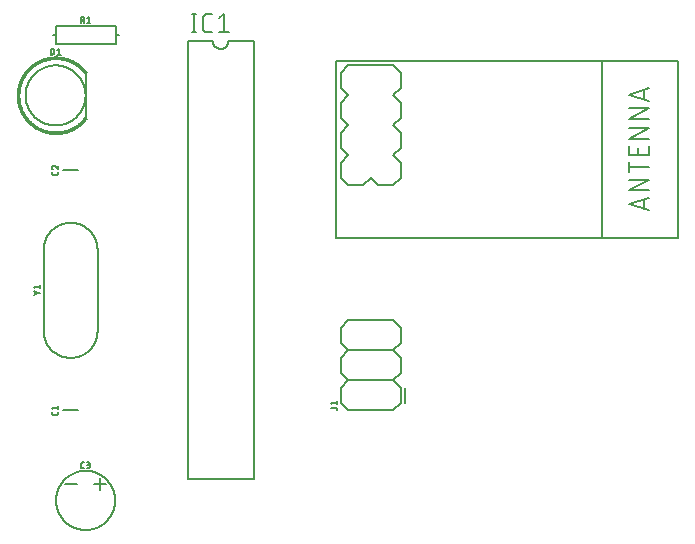
<source format=gto>
G04 EAGLE Gerber RS-274X export*
G75*
%MOMM*%
%FSLAX34Y34*%
%LPD*%
%INSilkscreen Top*%
%IPPOS*%
%AMOC8*
5,1,8,0,0,1.08239X$1,22.5*%
G01*
%ADD10C,0.203200*%
%ADD11C,0.127000*%
%ADD12C,0.025400*%
%ADD13C,0.152400*%
%ADD14C,0.177800*%


D10*
X387350Y254000D02*
X400050Y254000D01*
D11*
X382905Y252504D02*
X382905Y251432D01*
X382903Y251367D01*
X382897Y251303D01*
X382887Y251239D01*
X382874Y251175D01*
X382856Y251113D01*
X382835Y251052D01*
X382811Y250992D01*
X382782Y250934D01*
X382750Y250877D01*
X382715Y250823D01*
X382677Y250771D01*
X382635Y250721D01*
X382591Y250674D01*
X382544Y250630D01*
X382494Y250588D01*
X382442Y250550D01*
X382388Y250515D01*
X382331Y250483D01*
X382273Y250454D01*
X382213Y250430D01*
X382152Y250409D01*
X382090Y250391D01*
X382026Y250378D01*
X381962Y250368D01*
X381898Y250362D01*
X381833Y250360D01*
X381833Y250359D02*
X379151Y250359D01*
X379086Y250361D01*
X379022Y250367D01*
X378958Y250377D01*
X378894Y250390D01*
X378832Y250408D01*
X378771Y250429D01*
X378711Y250454D01*
X378652Y250482D01*
X378596Y250514D01*
X378541Y250549D01*
X378489Y250587D01*
X378439Y250629D01*
X378392Y250673D01*
X378348Y250720D01*
X378306Y250770D01*
X378268Y250822D01*
X378233Y250877D01*
X378201Y250933D01*
X378173Y250992D01*
X378148Y251051D01*
X378127Y251113D01*
X378109Y251175D01*
X378096Y251239D01*
X378086Y251303D01*
X378080Y251367D01*
X378078Y251432D01*
X378079Y251432D02*
X378079Y252504D01*
X379151Y254960D02*
X378079Y256300D01*
X382905Y256300D01*
X382905Y254960D02*
X382905Y257641D01*
D10*
X387350Y457200D02*
X400050Y457200D01*
D11*
X382905Y455704D02*
X382905Y454632D01*
X382903Y454567D01*
X382897Y454503D01*
X382887Y454439D01*
X382874Y454375D01*
X382856Y454313D01*
X382835Y454252D01*
X382811Y454192D01*
X382782Y454134D01*
X382750Y454077D01*
X382715Y454023D01*
X382677Y453971D01*
X382635Y453921D01*
X382591Y453874D01*
X382544Y453830D01*
X382494Y453788D01*
X382442Y453750D01*
X382388Y453715D01*
X382331Y453683D01*
X382273Y453654D01*
X382213Y453630D01*
X382152Y453609D01*
X382090Y453591D01*
X382026Y453578D01*
X381962Y453568D01*
X381898Y453562D01*
X381833Y453560D01*
X381833Y453559D02*
X379151Y453559D01*
X379086Y453561D01*
X379022Y453567D01*
X378958Y453577D01*
X378894Y453590D01*
X378832Y453608D01*
X378771Y453629D01*
X378711Y453654D01*
X378652Y453682D01*
X378596Y453714D01*
X378541Y453749D01*
X378489Y453787D01*
X378439Y453829D01*
X378392Y453873D01*
X378348Y453920D01*
X378306Y453970D01*
X378268Y454022D01*
X378233Y454077D01*
X378201Y454133D01*
X378173Y454192D01*
X378148Y454251D01*
X378127Y454313D01*
X378109Y454375D01*
X378096Y454439D01*
X378086Y454503D01*
X378080Y454567D01*
X378078Y454632D01*
X378079Y454632D02*
X378079Y455704D01*
X378079Y459634D02*
X378081Y459702D01*
X378087Y459769D01*
X378096Y459836D01*
X378109Y459903D01*
X378126Y459968D01*
X378147Y460033D01*
X378171Y460096D01*
X378199Y460158D01*
X378230Y460218D01*
X378264Y460276D01*
X378302Y460332D01*
X378342Y460387D01*
X378386Y460438D01*
X378433Y460487D01*
X378482Y460534D01*
X378533Y460578D01*
X378588Y460618D01*
X378644Y460656D01*
X378702Y460690D01*
X378762Y460721D01*
X378824Y460749D01*
X378887Y460773D01*
X378952Y460794D01*
X379017Y460811D01*
X379084Y460824D01*
X379151Y460833D01*
X379218Y460839D01*
X379286Y460841D01*
X378079Y459634D02*
X378081Y459556D01*
X378087Y459478D01*
X378097Y459401D01*
X378110Y459324D01*
X378128Y459248D01*
X378149Y459173D01*
X378174Y459099D01*
X378203Y459027D01*
X378235Y458956D01*
X378271Y458887D01*
X378310Y458819D01*
X378353Y458754D01*
X378399Y458691D01*
X378448Y458630D01*
X378500Y458572D01*
X378555Y458517D01*
X378612Y458464D01*
X378672Y458415D01*
X378735Y458368D01*
X378800Y458325D01*
X378866Y458285D01*
X378935Y458248D01*
X379006Y458215D01*
X379078Y458185D01*
X379152Y458159D01*
X380224Y460439D02*
X380175Y460488D01*
X380123Y460535D01*
X380068Y460578D01*
X380011Y460619D01*
X379952Y460657D01*
X379891Y460691D01*
X379828Y460722D01*
X379764Y460750D01*
X379698Y460774D01*
X379632Y460794D01*
X379564Y460811D01*
X379495Y460824D01*
X379426Y460833D01*
X379356Y460839D01*
X379286Y460841D01*
X380224Y460439D02*
X382905Y458160D01*
X382905Y460841D01*
D10*
X381400Y177800D02*
X381408Y178414D01*
X381430Y179027D01*
X381468Y179639D01*
X381520Y180250D01*
X381588Y180860D01*
X381671Y181468D01*
X381768Y182074D01*
X381880Y182677D01*
X382007Y183278D01*
X382149Y183875D01*
X382306Y184468D01*
X382476Y185057D01*
X382662Y185642D01*
X382861Y186222D01*
X383075Y186797D01*
X383303Y187367D01*
X383545Y187931D01*
X383800Y188489D01*
X384069Y189040D01*
X384352Y189585D01*
X384648Y190122D01*
X384957Y190653D01*
X385279Y191175D01*
X385613Y191689D01*
X385960Y192195D01*
X386320Y192692D01*
X386691Y193181D01*
X387075Y193660D01*
X387470Y194129D01*
X387876Y194589D01*
X388294Y195039D01*
X388722Y195478D01*
X389161Y195906D01*
X389611Y196324D01*
X390071Y196730D01*
X390540Y197125D01*
X391019Y197509D01*
X391508Y197880D01*
X392005Y198240D01*
X392511Y198587D01*
X393025Y198921D01*
X393547Y199243D01*
X394078Y199552D01*
X394615Y199848D01*
X395160Y200131D01*
X395711Y200400D01*
X396269Y200655D01*
X396833Y200897D01*
X397403Y201125D01*
X397978Y201339D01*
X398558Y201538D01*
X399143Y201724D01*
X399732Y201894D01*
X400325Y202051D01*
X400922Y202193D01*
X401523Y202320D01*
X402126Y202432D01*
X402732Y202529D01*
X403340Y202612D01*
X403950Y202680D01*
X404561Y202732D01*
X405173Y202770D01*
X405786Y202792D01*
X406400Y202800D01*
X407014Y202792D01*
X407627Y202770D01*
X408239Y202732D01*
X408850Y202680D01*
X409460Y202612D01*
X410068Y202529D01*
X410674Y202432D01*
X411277Y202320D01*
X411878Y202193D01*
X412475Y202051D01*
X413068Y201894D01*
X413657Y201724D01*
X414242Y201538D01*
X414822Y201339D01*
X415397Y201125D01*
X415967Y200897D01*
X416531Y200655D01*
X417089Y200400D01*
X417640Y200131D01*
X418185Y199848D01*
X418722Y199552D01*
X419253Y199243D01*
X419775Y198921D01*
X420289Y198587D01*
X420795Y198240D01*
X421292Y197880D01*
X421781Y197509D01*
X422260Y197125D01*
X422729Y196730D01*
X423189Y196324D01*
X423639Y195906D01*
X424078Y195478D01*
X424506Y195039D01*
X424924Y194589D01*
X425330Y194129D01*
X425725Y193660D01*
X426109Y193181D01*
X426480Y192692D01*
X426840Y192195D01*
X427187Y191689D01*
X427521Y191175D01*
X427843Y190653D01*
X428152Y190122D01*
X428448Y189585D01*
X428731Y189040D01*
X429000Y188489D01*
X429255Y187931D01*
X429497Y187367D01*
X429725Y186797D01*
X429939Y186222D01*
X430138Y185642D01*
X430324Y185057D01*
X430494Y184468D01*
X430651Y183875D01*
X430793Y183278D01*
X430920Y182677D01*
X431032Y182074D01*
X431129Y181468D01*
X431212Y180860D01*
X431280Y180250D01*
X431332Y179639D01*
X431370Y179027D01*
X431392Y178414D01*
X431400Y177800D01*
X431392Y177186D01*
X431370Y176573D01*
X431332Y175961D01*
X431280Y175350D01*
X431212Y174740D01*
X431129Y174132D01*
X431032Y173526D01*
X430920Y172923D01*
X430793Y172322D01*
X430651Y171725D01*
X430494Y171132D01*
X430324Y170543D01*
X430138Y169958D01*
X429939Y169378D01*
X429725Y168803D01*
X429497Y168233D01*
X429255Y167669D01*
X429000Y167111D01*
X428731Y166560D01*
X428448Y166015D01*
X428152Y165478D01*
X427843Y164947D01*
X427521Y164425D01*
X427187Y163911D01*
X426840Y163405D01*
X426480Y162908D01*
X426109Y162419D01*
X425725Y161940D01*
X425330Y161471D01*
X424924Y161011D01*
X424506Y160561D01*
X424078Y160122D01*
X423639Y159694D01*
X423189Y159276D01*
X422729Y158870D01*
X422260Y158475D01*
X421781Y158091D01*
X421292Y157720D01*
X420795Y157360D01*
X420289Y157013D01*
X419775Y156679D01*
X419253Y156357D01*
X418722Y156048D01*
X418185Y155752D01*
X417640Y155469D01*
X417089Y155200D01*
X416531Y154945D01*
X415967Y154703D01*
X415397Y154475D01*
X414822Y154261D01*
X414242Y154062D01*
X413657Y153876D01*
X413068Y153706D01*
X412475Y153549D01*
X411878Y153407D01*
X411277Y153280D01*
X410674Y153168D01*
X410068Y153071D01*
X409460Y152988D01*
X408850Y152920D01*
X408239Y152868D01*
X407627Y152830D01*
X407014Y152808D01*
X406400Y152800D01*
X405786Y152808D01*
X405173Y152830D01*
X404561Y152868D01*
X403950Y152920D01*
X403340Y152988D01*
X402732Y153071D01*
X402126Y153168D01*
X401523Y153280D01*
X400922Y153407D01*
X400325Y153549D01*
X399732Y153706D01*
X399143Y153876D01*
X398558Y154062D01*
X397978Y154261D01*
X397403Y154475D01*
X396833Y154703D01*
X396269Y154945D01*
X395711Y155200D01*
X395160Y155469D01*
X394615Y155752D01*
X394078Y156048D01*
X393547Y156357D01*
X393025Y156679D01*
X392511Y157013D01*
X392005Y157360D01*
X391508Y157720D01*
X391019Y158091D01*
X390540Y158475D01*
X390071Y158870D01*
X389611Y159276D01*
X389161Y159694D01*
X388722Y160122D01*
X388294Y160561D01*
X387876Y161011D01*
X387470Y161471D01*
X387075Y161940D01*
X386691Y162419D01*
X386320Y162908D01*
X385960Y163405D01*
X385613Y163911D01*
X385279Y164425D01*
X384957Y164947D01*
X384648Y165478D01*
X384352Y166015D01*
X384069Y166560D01*
X383800Y167111D01*
X383545Y167669D01*
X383303Y168233D01*
X383075Y168803D01*
X382861Y169378D01*
X382662Y169958D01*
X382476Y170543D01*
X382306Y171132D01*
X382149Y171725D01*
X382007Y172322D01*
X381880Y172923D01*
X381768Y173526D01*
X381671Y174132D01*
X381588Y174740D01*
X381520Y175350D01*
X381468Y175961D01*
X381430Y176573D01*
X381408Y177186D01*
X381400Y177800D01*
X388820Y191770D02*
X398980Y191770D01*
X413820Y191770D02*
X423980Y191770D01*
X418900Y196850D02*
X418900Y186690D01*
D11*
X404904Y205105D02*
X403832Y205105D01*
X403767Y205107D01*
X403703Y205113D01*
X403639Y205123D01*
X403575Y205136D01*
X403513Y205154D01*
X403452Y205175D01*
X403392Y205199D01*
X403334Y205228D01*
X403277Y205260D01*
X403223Y205295D01*
X403171Y205333D01*
X403121Y205375D01*
X403074Y205419D01*
X403030Y205466D01*
X402988Y205516D01*
X402950Y205568D01*
X402915Y205622D01*
X402883Y205679D01*
X402854Y205737D01*
X402830Y205797D01*
X402809Y205858D01*
X402791Y205920D01*
X402778Y205984D01*
X402768Y206048D01*
X402762Y206112D01*
X402760Y206177D01*
X402759Y206177D02*
X402759Y208859D01*
X402760Y208859D02*
X402762Y208924D01*
X402768Y208988D01*
X402778Y209052D01*
X402791Y209116D01*
X402809Y209178D01*
X402830Y209239D01*
X402854Y209299D01*
X402883Y209357D01*
X402915Y209414D01*
X402950Y209468D01*
X402988Y209520D01*
X403030Y209570D01*
X403074Y209617D01*
X403121Y209661D01*
X403171Y209703D01*
X403223Y209741D01*
X403277Y209776D01*
X403334Y209808D01*
X403392Y209837D01*
X403452Y209861D01*
X403513Y209882D01*
X403575Y209900D01*
X403639Y209913D01*
X403703Y209923D01*
X403767Y209929D01*
X403832Y209931D01*
X404904Y209931D01*
X407360Y205105D02*
X408700Y205105D01*
X408771Y205107D01*
X408843Y205113D01*
X408913Y205122D01*
X408983Y205135D01*
X409053Y205152D01*
X409121Y205173D01*
X409188Y205197D01*
X409254Y205225D01*
X409318Y205256D01*
X409381Y205291D01*
X409441Y205329D01*
X409500Y205370D01*
X409556Y205414D01*
X409610Y205461D01*
X409661Y205510D01*
X409709Y205563D01*
X409755Y205618D01*
X409797Y205675D01*
X409837Y205735D01*
X409873Y205796D01*
X409906Y205860D01*
X409935Y205925D01*
X409961Y205991D01*
X409984Y206059D01*
X410003Y206128D01*
X410018Y206198D01*
X410029Y206268D01*
X410037Y206339D01*
X410041Y206410D01*
X410041Y206482D01*
X410037Y206553D01*
X410029Y206624D01*
X410018Y206694D01*
X410003Y206764D01*
X409984Y206833D01*
X409961Y206901D01*
X409935Y206967D01*
X409906Y207032D01*
X409873Y207096D01*
X409837Y207157D01*
X409797Y207217D01*
X409755Y207274D01*
X409709Y207329D01*
X409661Y207382D01*
X409610Y207431D01*
X409556Y207478D01*
X409500Y207522D01*
X409441Y207563D01*
X409381Y207601D01*
X409318Y207636D01*
X409254Y207667D01*
X409188Y207695D01*
X409121Y207719D01*
X409053Y207740D01*
X408983Y207757D01*
X408913Y207770D01*
X408843Y207779D01*
X408771Y207785D01*
X408700Y207787D01*
X408968Y209931D02*
X407360Y209931D01*
X408968Y209931D02*
X409033Y209929D01*
X409097Y209923D01*
X409161Y209913D01*
X409225Y209900D01*
X409287Y209882D01*
X409348Y209861D01*
X409408Y209837D01*
X409466Y209808D01*
X409523Y209776D01*
X409577Y209741D01*
X409629Y209703D01*
X409679Y209661D01*
X409726Y209617D01*
X409770Y209570D01*
X409812Y209520D01*
X409850Y209468D01*
X409885Y209414D01*
X409917Y209357D01*
X409946Y209299D01*
X409970Y209239D01*
X409991Y209178D01*
X410009Y209116D01*
X410022Y209052D01*
X410032Y208988D01*
X410038Y208924D01*
X410040Y208859D01*
X410038Y208794D01*
X410032Y208730D01*
X410022Y208666D01*
X410009Y208602D01*
X409991Y208540D01*
X409970Y208479D01*
X409946Y208419D01*
X409917Y208361D01*
X409885Y208304D01*
X409850Y208250D01*
X409812Y208198D01*
X409770Y208148D01*
X409726Y208101D01*
X409679Y208057D01*
X409629Y208015D01*
X409577Y207977D01*
X409523Y207942D01*
X409466Y207910D01*
X409408Y207881D01*
X409348Y207857D01*
X409287Y207836D01*
X409225Y207818D01*
X409161Y207805D01*
X409097Y207795D01*
X409033Y207789D01*
X408968Y207787D01*
X408968Y207786D02*
X407896Y207786D01*
D10*
X406400Y501650D02*
X406400Y539750D01*
D12*
X407238Y540537D02*
X405409Y539165D01*
X405409Y539166D02*
X404950Y539757D01*
X404477Y540337D01*
X403990Y540905D01*
X403489Y541461D01*
X402975Y542004D01*
X402448Y542535D01*
X401908Y543053D01*
X401355Y543558D01*
X400790Y544048D01*
X400213Y544525D01*
X399625Y544988D01*
X399026Y545436D01*
X398415Y545869D01*
X397795Y546288D01*
X397164Y546690D01*
X396524Y547078D01*
X395875Y547450D01*
X395216Y547805D01*
X394549Y548145D01*
X393874Y548468D01*
X393191Y548774D01*
X392501Y549064D01*
X391805Y549337D01*
X391101Y549592D01*
X390392Y549830D01*
X389677Y550051D01*
X388957Y550255D01*
X388232Y550440D01*
X387503Y550608D01*
X386769Y550758D01*
X386033Y550890D01*
X385293Y551004D01*
X384551Y551100D01*
X383807Y551178D01*
X383061Y551238D01*
X382314Y551279D01*
X381566Y551302D01*
X380817Y551306D01*
X380069Y551293D01*
X379321Y551261D01*
X378575Y551211D01*
X377830Y551142D01*
X377086Y551056D01*
X376345Y550951D01*
X375607Y550828D01*
X374872Y550687D01*
X374141Y550529D01*
X373414Y550352D01*
X372691Y550158D01*
X371973Y549946D01*
X371261Y549716D01*
X370555Y549469D01*
X369854Y549205D01*
X369161Y548924D01*
X368474Y548627D01*
X367795Y548312D01*
X367124Y547981D01*
X366461Y547634D01*
X365807Y547270D01*
X365162Y546891D01*
X364527Y546496D01*
X363901Y546085D01*
X363285Y545660D01*
X362680Y545219D01*
X362086Y544764D01*
X361504Y544294D01*
X360933Y543810D01*
X360374Y543313D01*
X359827Y542802D01*
X359293Y542278D01*
X358772Y541741D01*
X358264Y541191D01*
X357770Y540629D01*
X357290Y540055D01*
X356824Y539470D01*
X356372Y538873D01*
X355935Y538265D01*
X355513Y537647D01*
X355106Y537019D01*
X354715Y536381D01*
X354340Y535734D01*
X353980Y535078D01*
X353637Y534413D01*
X353310Y533740D01*
X352999Y533059D01*
X352705Y532371D01*
X352429Y531675D01*
X352169Y530974D01*
X351926Y530266D01*
X351701Y529552D01*
X351493Y528833D01*
X351303Y528109D01*
X351131Y527381D01*
X350977Y526649D01*
X350840Y525913D01*
X350722Y525174D01*
X350621Y524432D01*
X350539Y523689D01*
X350475Y522943D01*
X350430Y522196D01*
X350402Y521448D01*
X350393Y520700D01*
X350402Y519952D01*
X350430Y519204D01*
X350475Y518457D01*
X350539Y517711D01*
X350621Y516968D01*
X350722Y516226D01*
X350840Y515487D01*
X350977Y514751D01*
X351131Y514019D01*
X351303Y513291D01*
X351493Y512567D01*
X351701Y511848D01*
X351926Y511134D01*
X352169Y510426D01*
X352429Y509725D01*
X352705Y509029D01*
X352999Y508341D01*
X353310Y507660D01*
X353637Y506987D01*
X353980Y506322D01*
X354340Y505666D01*
X354715Y505019D01*
X355106Y504381D01*
X355513Y503753D01*
X355935Y503135D01*
X356372Y502527D01*
X356824Y501930D01*
X357290Y501345D01*
X357770Y500771D01*
X358264Y500209D01*
X358772Y499659D01*
X359293Y499122D01*
X359827Y498598D01*
X360374Y498087D01*
X360933Y497590D01*
X361504Y497106D01*
X362086Y496636D01*
X362680Y496181D01*
X363285Y495740D01*
X363901Y495315D01*
X364527Y494904D01*
X365162Y494509D01*
X365807Y494130D01*
X366461Y493766D01*
X367124Y493419D01*
X367795Y493088D01*
X368474Y492773D01*
X369161Y492476D01*
X369854Y492195D01*
X370555Y491931D01*
X371261Y491684D01*
X371973Y491454D01*
X372691Y491242D01*
X373414Y491048D01*
X374141Y490871D01*
X374872Y490713D01*
X375607Y490572D01*
X376345Y490449D01*
X377086Y490344D01*
X377830Y490258D01*
X378575Y490189D01*
X379321Y490139D01*
X380069Y490107D01*
X380817Y490094D01*
X381566Y490098D01*
X382314Y490121D01*
X383061Y490162D01*
X383807Y490222D01*
X384551Y490300D01*
X385293Y490396D01*
X386033Y490510D01*
X386769Y490642D01*
X387503Y490792D01*
X388232Y490960D01*
X388957Y491145D01*
X389677Y491349D01*
X390392Y491570D01*
X391101Y491808D01*
X391805Y492063D01*
X392501Y492336D01*
X393191Y492626D01*
X393874Y492932D01*
X394549Y493255D01*
X395216Y493595D01*
X395875Y493950D01*
X396524Y494322D01*
X397164Y494710D01*
X397795Y495112D01*
X398415Y495531D01*
X399026Y495964D01*
X399625Y496412D01*
X400213Y496875D01*
X400790Y497352D01*
X401355Y497842D01*
X401908Y498347D01*
X402448Y498865D01*
X402975Y499396D01*
X403489Y499939D01*
X403990Y500495D01*
X404477Y501063D01*
X404950Y501643D01*
X405409Y502234D01*
X407238Y500863D01*
X406745Y500227D01*
X406237Y499604D01*
X405713Y498993D01*
X405175Y498395D01*
X404623Y497811D01*
X404056Y497240D01*
X403476Y496683D01*
X402882Y496141D01*
X402275Y495613D01*
X401655Y495101D01*
X401023Y494603D01*
X400379Y494121D01*
X399723Y493656D01*
X399056Y493206D01*
X398378Y492773D01*
X397690Y492356D01*
X396992Y491956D01*
X396285Y491574D01*
X395568Y491209D01*
X394843Y490862D01*
X394109Y490532D01*
X393367Y490221D01*
X392618Y489927D01*
X391863Y489652D01*
X391100Y489396D01*
X390332Y489158D01*
X389558Y488940D01*
X388779Y488740D01*
X387995Y488559D01*
X387207Y488398D01*
X386415Y488256D01*
X385620Y488133D01*
X384823Y488030D01*
X384023Y487946D01*
X383221Y487882D01*
X382418Y487838D01*
X381614Y487813D01*
X380810Y487808D01*
X380005Y487822D01*
X379202Y487856D01*
X378399Y487910D01*
X377598Y487983D01*
X376799Y488076D01*
X376003Y488189D01*
X375210Y488321D01*
X374420Y488472D01*
X373634Y488642D01*
X372852Y488832D01*
X372075Y489041D01*
X371304Y489269D01*
X370538Y489515D01*
X369779Y489780D01*
X369026Y490064D01*
X368281Y490366D01*
X367543Y490686D01*
X366813Y491024D01*
X366091Y491380D01*
X365379Y491753D01*
X364676Y492144D01*
X363983Y492551D01*
X363299Y492976D01*
X362627Y493417D01*
X361965Y493874D01*
X361315Y494348D01*
X360677Y494837D01*
X360050Y495341D01*
X359436Y495861D01*
X358836Y496396D01*
X358248Y496945D01*
X357674Y497509D01*
X357114Y498086D01*
X356568Y498677D01*
X356037Y499281D01*
X355521Y499897D01*
X355020Y500527D01*
X354534Y501168D01*
X354064Y501821D01*
X353611Y502485D01*
X353174Y503160D01*
X352753Y503846D01*
X352349Y504541D01*
X351963Y505247D01*
X351594Y505961D01*
X351242Y506685D01*
X350908Y507417D01*
X350593Y508156D01*
X350295Y508904D01*
X350016Y509658D01*
X349755Y510419D01*
X349513Y511186D01*
X349290Y511959D01*
X349086Y512737D01*
X348900Y513519D01*
X348734Y514306D01*
X348588Y515097D01*
X348460Y515891D01*
X348353Y516688D01*
X348264Y517488D01*
X348195Y518289D01*
X348146Y519092D01*
X348117Y519896D01*
X348107Y520700D01*
X348117Y521504D01*
X348146Y522308D01*
X348195Y523111D01*
X348264Y523912D01*
X348353Y524712D01*
X348460Y525509D01*
X348588Y526303D01*
X348734Y527094D01*
X348900Y527881D01*
X349086Y528663D01*
X349290Y529441D01*
X349513Y530214D01*
X349755Y530981D01*
X350016Y531742D01*
X350295Y532496D01*
X350593Y533244D01*
X350908Y533983D01*
X351242Y534715D01*
X351594Y535439D01*
X351963Y536153D01*
X352349Y536859D01*
X352753Y537554D01*
X353174Y538240D01*
X353611Y538915D01*
X354064Y539579D01*
X354534Y540232D01*
X355020Y540873D01*
X355521Y541503D01*
X356037Y542119D01*
X356568Y542723D01*
X357114Y543314D01*
X357674Y543891D01*
X358248Y544455D01*
X358836Y545004D01*
X359436Y545539D01*
X360050Y546059D01*
X360677Y546563D01*
X361315Y547052D01*
X361965Y547526D01*
X362627Y547983D01*
X363299Y548424D01*
X363983Y548849D01*
X364676Y549256D01*
X365379Y549647D01*
X366091Y550020D01*
X366813Y550376D01*
X367543Y550714D01*
X368281Y551034D01*
X369026Y551336D01*
X369779Y551620D01*
X370538Y551885D01*
X371304Y552131D01*
X372075Y552359D01*
X372852Y552568D01*
X373634Y552758D01*
X374420Y552928D01*
X375210Y553079D01*
X376003Y553211D01*
X376799Y553324D01*
X377598Y553417D01*
X378399Y553490D01*
X379202Y553544D01*
X380005Y553578D01*
X380810Y553592D01*
X381614Y553587D01*
X382418Y553562D01*
X383221Y553518D01*
X384023Y553454D01*
X384823Y553370D01*
X385620Y553267D01*
X386415Y553144D01*
X387207Y553002D01*
X387995Y552841D01*
X388779Y552660D01*
X389558Y552460D01*
X390332Y552242D01*
X391100Y552004D01*
X391863Y551748D01*
X392618Y551473D01*
X393367Y551179D01*
X394109Y550868D01*
X394843Y550538D01*
X395568Y550191D01*
X396285Y549826D01*
X396992Y549444D01*
X397690Y549044D01*
X398378Y548627D01*
X399056Y548194D01*
X399723Y547744D01*
X400379Y547279D01*
X401023Y546797D01*
X401655Y546299D01*
X402275Y545787D01*
X402882Y545259D01*
X403476Y544717D01*
X404056Y544160D01*
X404623Y543589D01*
X405175Y543005D01*
X405713Y542407D01*
X406237Y541796D01*
X406745Y541173D01*
X407238Y540537D01*
X407046Y540393D01*
X406557Y541024D01*
X406052Y541643D01*
X405533Y542249D01*
X404998Y542843D01*
X404450Y543423D01*
X403887Y543989D01*
X403311Y544542D01*
X402721Y545080D01*
X402119Y545604D01*
X401503Y546113D01*
X400876Y546607D01*
X400237Y547085D01*
X399586Y547548D01*
X398924Y547994D01*
X398251Y548424D01*
X397568Y548838D01*
X396875Y549234D01*
X396173Y549614D01*
X395461Y549976D01*
X394741Y550321D01*
X394013Y550648D01*
X393276Y550957D01*
X392533Y551248D01*
X391783Y551521D01*
X391026Y551776D01*
X390263Y552012D01*
X389495Y552229D01*
X388721Y552427D01*
X387943Y552606D01*
X387161Y552767D01*
X386375Y552908D01*
X385586Y553029D01*
X384794Y553132D01*
X384000Y553215D01*
X383204Y553279D01*
X382407Y553323D01*
X381609Y553347D01*
X380810Y553352D01*
X380012Y553338D01*
X379214Y553304D01*
X378418Y553251D01*
X377623Y553178D01*
X376830Y553086D01*
X376039Y552974D01*
X375251Y552843D01*
X374467Y552693D01*
X373687Y552524D01*
X372911Y552335D01*
X372140Y552128D01*
X371374Y551902D01*
X370614Y551657D01*
X369860Y551394D01*
X369113Y551112D01*
X368373Y550813D01*
X367640Y550495D01*
X366916Y550159D01*
X366200Y549806D01*
X365493Y549436D01*
X364795Y549048D01*
X364106Y548643D01*
X363428Y548222D01*
X362761Y547784D01*
X362104Y547330D01*
X361458Y546860D01*
X360825Y546374D01*
X360203Y545873D01*
X359594Y545357D01*
X358997Y544827D01*
X358414Y544281D01*
X357844Y543722D01*
X357288Y543149D01*
X356746Y542562D01*
X356219Y541963D01*
X355706Y541351D01*
X355209Y540726D01*
X354727Y540089D01*
X354261Y539441D01*
X353811Y538782D01*
X353377Y538112D01*
X352959Y537431D01*
X352558Y536740D01*
X352175Y536040D01*
X351808Y535331D01*
X351459Y534613D01*
X351128Y533886D01*
X350814Y533152D01*
X350519Y532410D01*
X350242Y531661D01*
X349983Y530906D01*
X349743Y530145D01*
X349521Y529378D01*
X349318Y528605D01*
X349135Y527828D01*
X348970Y527047D01*
X348824Y526262D01*
X348698Y525474D01*
X348591Y524682D01*
X348503Y523889D01*
X348435Y523093D01*
X348386Y522296D01*
X348357Y521498D01*
X348347Y520700D01*
X348357Y519902D01*
X348386Y519104D01*
X348435Y518307D01*
X348503Y517511D01*
X348591Y516718D01*
X348698Y515926D01*
X348824Y515138D01*
X348970Y514353D01*
X349135Y513572D01*
X349318Y512795D01*
X349521Y512022D01*
X349743Y511255D01*
X349983Y510494D01*
X350242Y509739D01*
X350519Y508990D01*
X350814Y508248D01*
X351128Y507514D01*
X351459Y506787D01*
X351808Y506069D01*
X352175Y505360D01*
X352558Y504660D01*
X352959Y503969D01*
X353377Y503288D01*
X353811Y502618D01*
X354261Y501959D01*
X354727Y501311D01*
X355209Y500674D01*
X355706Y500049D01*
X356219Y499437D01*
X356746Y498838D01*
X357288Y498251D01*
X357844Y497678D01*
X358414Y497119D01*
X358997Y496573D01*
X359594Y496043D01*
X360203Y495527D01*
X360825Y495026D01*
X361458Y494540D01*
X362104Y494070D01*
X362761Y493616D01*
X363428Y493178D01*
X364106Y492757D01*
X364795Y492352D01*
X365493Y491964D01*
X366200Y491594D01*
X366916Y491241D01*
X367640Y490905D01*
X368373Y490587D01*
X369113Y490288D01*
X369860Y490006D01*
X370614Y489743D01*
X371374Y489498D01*
X372140Y489272D01*
X372911Y489065D01*
X373687Y488876D01*
X374467Y488707D01*
X375251Y488557D01*
X376039Y488426D01*
X376830Y488314D01*
X377623Y488222D01*
X378418Y488149D01*
X379214Y488096D01*
X380012Y488062D01*
X380810Y488048D01*
X381609Y488053D01*
X382407Y488077D01*
X383204Y488121D01*
X384000Y488185D01*
X384794Y488268D01*
X385586Y488371D01*
X386375Y488492D01*
X387161Y488633D01*
X387943Y488794D01*
X388721Y488973D01*
X389495Y489171D01*
X390263Y489388D01*
X391026Y489624D01*
X391783Y489879D01*
X392533Y490152D01*
X393276Y490443D01*
X394013Y490752D01*
X394741Y491079D01*
X395461Y491424D01*
X396173Y491786D01*
X396875Y492166D01*
X397568Y492562D01*
X398251Y492976D01*
X398924Y493406D01*
X399586Y493852D01*
X400237Y494315D01*
X400876Y494793D01*
X401503Y495287D01*
X402119Y495796D01*
X402721Y496320D01*
X403311Y496858D01*
X403887Y497411D01*
X404450Y497977D01*
X404998Y498557D01*
X405533Y499151D01*
X406052Y499757D01*
X406557Y500376D01*
X407046Y501007D01*
X406854Y501151D01*
X406368Y500524D01*
X405867Y499910D01*
X405352Y499308D01*
X404821Y498719D01*
X404277Y498144D01*
X403718Y497581D01*
X403146Y497033D01*
X402561Y496498D01*
X401963Y495978D01*
X401352Y495473D01*
X400729Y494983D01*
X400095Y494508D01*
X399448Y494049D01*
X398791Y493606D01*
X398124Y493179D01*
X397445Y492769D01*
X396758Y492375D01*
X396060Y491998D01*
X395354Y491639D01*
X394639Y491296D01*
X393916Y490972D01*
X393186Y490665D01*
X392448Y490376D01*
X391703Y490105D01*
X390951Y489852D01*
X390194Y489618D01*
X389432Y489403D01*
X388664Y489206D01*
X387891Y489028D01*
X387115Y488869D01*
X386335Y488729D01*
X385552Y488608D01*
X384766Y488506D01*
X383977Y488424D01*
X383187Y488361D01*
X382396Y488317D01*
X381604Y488293D01*
X380811Y488288D01*
X380019Y488302D01*
X379227Y488336D01*
X378436Y488389D01*
X377647Y488461D01*
X376860Y488553D01*
X376075Y488663D01*
X375293Y488793D01*
X374515Y488942D01*
X373740Y489111D01*
X372970Y489297D01*
X372204Y489503D01*
X371444Y489728D01*
X370690Y489970D01*
X369942Y490232D01*
X369200Y490511D01*
X368465Y490809D01*
X367738Y491124D01*
X367019Y491457D01*
X366308Y491808D01*
X365606Y492176D01*
X364913Y492561D01*
X364230Y492962D01*
X363557Y493381D01*
X362894Y493815D01*
X362242Y494266D01*
X361602Y494733D01*
X360973Y495215D01*
X360355Y495712D01*
X359751Y496224D01*
X359159Y496751D01*
X358580Y497292D01*
X358014Y497847D01*
X357462Y498416D01*
X356924Y498998D01*
X356401Y499594D01*
X355892Y500201D01*
X355398Y500821D01*
X354920Y501453D01*
X354457Y502097D01*
X354010Y502751D01*
X353580Y503416D01*
X353165Y504092D01*
X352767Y504778D01*
X352387Y505473D01*
X352023Y506177D01*
X351676Y506890D01*
X351347Y507611D01*
X351036Y508340D01*
X350743Y509076D01*
X350468Y509819D01*
X350211Y510569D01*
X349972Y511325D01*
X349752Y512086D01*
X349551Y512853D01*
X349369Y513624D01*
X349205Y514400D01*
X349061Y515179D01*
X348935Y515962D01*
X348829Y516747D01*
X348742Y517535D01*
X348674Y518324D01*
X348626Y519115D01*
X348597Y519907D01*
X348587Y520700D01*
X348597Y521493D01*
X348626Y522285D01*
X348674Y523076D01*
X348742Y523865D01*
X348829Y524653D01*
X348935Y525438D01*
X349061Y526221D01*
X349205Y527000D01*
X349369Y527776D01*
X349551Y528547D01*
X349752Y529314D01*
X349972Y530075D01*
X350211Y530831D01*
X350468Y531581D01*
X350743Y532324D01*
X351036Y533060D01*
X351347Y533789D01*
X351676Y534510D01*
X352023Y535223D01*
X352387Y535927D01*
X352767Y536622D01*
X353165Y537308D01*
X353580Y537984D01*
X354010Y538649D01*
X354457Y539303D01*
X354920Y539947D01*
X355398Y540579D01*
X355892Y541199D01*
X356401Y541806D01*
X356924Y542402D01*
X357462Y542984D01*
X358014Y543553D01*
X358580Y544108D01*
X359159Y544649D01*
X359751Y545176D01*
X360355Y545688D01*
X360973Y546185D01*
X361602Y546667D01*
X362242Y547134D01*
X362894Y547585D01*
X363557Y548019D01*
X364230Y548438D01*
X364913Y548839D01*
X365606Y549224D01*
X366308Y549592D01*
X367019Y549943D01*
X367738Y550276D01*
X368465Y550591D01*
X369200Y550889D01*
X369942Y551168D01*
X370690Y551430D01*
X371444Y551672D01*
X372204Y551897D01*
X372970Y552103D01*
X373740Y552289D01*
X374515Y552458D01*
X375293Y552607D01*
X376075Y552737D01*
X376860Y552847D01*
X377647Y552939D01*
X378436Y553011D01*
X379227Y553064D01*
X380019Y553098D01*
X380811Y553112D01*
X381604Y553107D01*
X382396Y553083D01*
X383187Y553039D01*
X383977Y552976D01*
X384766Y552894D01*
X385552Y552792D01*
X386335Y552671D01*
X387115Y552531D01*
X387891Y552372D01*
X388664Y552194D01*
X389432Y551997D01*
X390194Y551782D01*
X390951Y551548D01*
X391703Y551295D01*
X392448Y551024D01*
X393186Y550735D01*
X393916Y550428D01*
X394639Y550104D01*
X395354Y549761D01*
X396060Y549402D01*
X396758Y549025D01*
X397445Y548631D01*
X398124Y548221D01*
X398791Y547794D01*
X399448Y547351D01*
X400095Y546892D01*
X400729Y546417D01*
X401352Y545927D01*
X401963Y545422D01*
X402561Y544902D01*
X403146Y544367D01*
X403718Y543819D01*
X404277Y543256D01*
X404821Y542681D01*
X405352Y542092D01*
X405867Y541490D01*
X406368Y540876D01*
X406854Y540249D01*
X406662Y540105D01*
X406180Y540727D01*
X405683Y541337D01*
X405171Y541934D01*
X404644Y542518D01*
X404104Y543090D01*
X403549Y543648D01*
X402982Y544193D01*
X402401Y544723D01*
X401807Y545239D01*
X401201Y545741D01*
X400582Y546227D01*
X399952Y546698D01*
X399311Y547154D01*
X398659Y547594D01*
X397996Y548017D01*
X397323Y548425D01*
X396640Y548816D01*
X395948Y549190D01*
X395247Y549546D01*
X394538Y549886D01*
X393820Y550208D01*
X393095Y550513D01*
X392362Y550800D01*
X391623Y551069D01*
X390877Y551319D01*
X390125Y551552D01*
X389368Y551766D01*
X388606Y551961D01*
X387840Y552138D01*
X387069Y552295D01*
X386295Y552434D01*
X385517Y552554D01*
X384737Y552655D01*
X383955Y552737D01*
X383170Y552800D01*
X382385Y552843D01*
X381599Y552867D01*
X380812Y552872D01*
X380025Y552858D01*
X379239Y552825D01*
X378455Y552772D01*
X377671Y552700D01*
X376890Y552609D01*
X376111Y552499D01*
X375335Y552370D01*
X374562Y552222D01*
X373793Y552055D01*
X373029Y551870D01*
X372269Y551666D01*
X371515Y551443D01*
X370766Y551202D01*
X370023Y550943D01*
X369287Y550665D01*
X368558Y550370D01*
X367836Y550057D01*
X367122Y549726D01*
X366417Y549378D01*
X365720Y549013D01*
X365032Y548631D01*
X364354Y548232D01*
X363686Y547817D01*
X363028Y547385D01*
X362381Y546938D01*
X361745Y546475D01*
X361121Y545996D01*
X360508Y545503D01*
X359908Y544994D01*
X359320Y544471D01*
X358745Y543934D01*
X358184Y543383D01*
X357636Y542819D01*
X357102Y542241D01*
X356583Y541650D01*
X356078Y541047D01*
X355588Y540431D01*
X355113Y539804D01*
X354654Y539165D01*
X354210Y538516D01*
X353782Y537855D01*
X353371Y537185D01*
X352976Y536504D01*
X352598Y535814D01*
X352237Y535115D01*
X351893Y534408D01*
X351567Y533692D01*
X351258Y532969D01*
X350967Y532238D01*
X350694Y531500D01*
X350439Y530756D01*
X350202Y530006D01*
X349984Y529250D01*
X349784Y528489D01*
X349603Y527723D01*
X349441Y526954D01*
X349297Y526180D01*
X349173Y525403D01*
X349067Y524624D01*
X348981Y523842D01*
X348914Y523058D01*
X348865Y522273D01*
X348837Y521487D01*
X348827Y520700D01*
X348837Y519913D01*
X348865Y519127D01*
X348914Y518342D01*
X348981Y517558D01*
X349067Y516776D01*
X349173Y515997D01*
X349297Y515220D01*
X349441Y514446D01*
X349603Y513677D01*
X349784Y512911D01*
X349984Y512150D01*
X350202Y511394D01*
X350439Y510644D01*
X350694Y509900D01*
X350967Y509162D01*
X351258Y508431D01*
X351567Y507708D01*
X351893Y506992D01*
X352237Y506285D01*
X352598Y505586D01*
X352976Y504896D01*
X353371Y504215D01*
X353782Y503545D01*
X354210Y502884D01*
X354654Y502235D01*
X355113Y501596D01*
X355588Y500969D01*
X356078Y500353D01*
X356583Y499750D01*
X357102Y499159D01*
X357636Y498581D01*
X358184Y498017D01*
X358745Y497466D01*
X359320Y496929D01*
X359908Y496406D01*
X360508Y495897D01*
X361121Y495404D01*
X361745Y494925D01*
X362381Y494462D01*
X363028Y494015D01*
X363686Y493583D01*
X364354Y493168D01*
X365032Y492769D01*
X365720Y492387D01*
X366417Y492022D01*
X367122Y491674D01*
X367836Y491343D01*
X368558Y491030D01*
X369287Y490735D01*
X370023Y490457D01*
X370766Y490198D01*
X371515Y489957D01*
X372269Y489734D01*
X373029Y489530D01*
X373793Y489345D01*
X374562Y489178D01*
X375335Y489030D01*
X376111Y488901D01*
X376890Y488791D01*
X377671Y488700D01*
X378455Y488628D01*
X379239Y488575D01*
X380025Y488542D01*
X380812Y488528D01*
X381599Y488533D01*
X382385Y488557D01*
X383170Y488600D01*
X383955Y488663D01*
X384737Y488745D01*
X385517Y488846D01*
X386295Y488966D01*
X387069Y489105D01*
X387840Y489262D01*
X388606Y489439D01*
X389368Y489634D01*
X390125Y489848D01*
X390877Y490081D01*
X391623Y490331D01*
X392362Y490600D01*
X393095Y490887D01*
X393820Y491192D01*
X394538Y491514D01*
X395247Y491854D01*
X395948Y492210D01*
X396640Y492584D01*
X397323Y492975D01*
X397996Y493383D01*
X398659Y493806D01*
X399311Y494246D01*
X399952Y494702D01*
X400582Y495173D01*
X401201Y495659D01*
X401807Y496161D01*
X402401Y496677D01*
X402982Y497207D01*
X403549Y497752D01*
X404104Y498310D01*
X404644Y498882D01*
X405171Y499466D01*
X405683Y500063D01*
X406180Y500673D01*
X406662Y501295D01*
X406470Y501439D01*
X405991Y500822D01*
X405498Y500217D01*
X404990Y499624D01*
X404467Y499044D01*
X403931Y498476D01*
X403381Y497922D01*
X402817Y497382D01*
X402240Y496855D01*
X401651Y496343D01*
X401049Y495846D01*
X400436Y495363D01*
X399810Y494895D01*
X399174Y494443D01*
X398526Y494007D01*
X397869Y493586D01*
X397201Y493182D01*
X396523Y492794D01*
X395836Y492423D01*
X395140Y492068D01*
X394436Y491731D01*
X393724Y491411D01*
X393004Y491109D01*
X392277Y490824D01*
X391543Y490558D01*
X390803Y490309D01*
X390057Y490078D01*
X389305Y489866D01*
X388549Y489672D01*
X387788Y489497D01*
X387023Y489340D01*
X386255Y489202D01*
X385483Y489083D01*
X384709Y488983D01*
X383932Y488902D01*
X383154Y488840D01*
X382374Y488797D01*
X381594Y488773D01*
X380813Y488768D01*
X380032Y488782D01*
X379252Y488815D01*
X378473Y488867D01*
X377695Y488938D01*
X376920Y489029D01*
X376147Y489138D01*
X375376Y489266D01*
X374610Y489413D01*
X373847Y489579D01*
X373088Y489763D01*
X372334Y489965D01*
X371585Y490187D01*
X370842Y490426D01*
X370105Y490683D01*
X369374Y490959D01*
X368650Y491252D01*
X367934Y491563D01*
X367225Y491891D01*
X366525Y492236D01*
X365834Y492599D01*
X365151Y492978D01*
X364478Y493374D01*
X363815Y493786D01*
X363162Y494214D01*
X362520Y494658D01*
X361888Y495118D01*
X361269Y495592D01*
X360661Y496082D01*
X360065Y496587D01*
X359482Y497106D01*
X358911Y497639D01*
X358354Y498186D01*
X357810Y498747D01*
X357280Y499320D01*
X356765Y499907D01*
X356264Y500505D01*
X355777Y501116D01*
X355306Y501739D01*
X354850Y502373D01*
X354410Y503017D01*
X353985Y503673D01*
X353577Y504338D01*
X353185Y505014D01*
X352810Y505699D01*
X352452Y506392D01*
X352110Y507094D01*
X351786Y507805D01*
X351480Y508523D01*
X351191Y509248D01*
X350920Y509981D01*
X350667Y510719D01*
X350432Y511464D01*
X350215Y512214D01*
X350017Y512969D01*
X349837Y513729D01*
X349676Y514493D01*
X349534Y515261D01*
X349410Y516032D01*
X349305Y516806D01*
X349220Y517582D01*
X349153Y518360D01*
X349105Y519139D01*
X349077Y519919D01*
X349067Y520700D01*
X349077Y521481D01*
X349105Y522261D01*
X349153Y523040D01*
X349220Y523818D01*
X349305Y524594D01*
X349410Y525368D01*
X349534Y526139D01*
X349676Y526907D01*
X349837Y527671D01*
X350017Y528431D01*
X350215Y529186D01*
X350432Y529936D01*
X350667Y530681D01*
X350920Y531419D01*
X351191Y532152D01*
X351480Y532877D01*
X351786Y533595D01*
X352110Y534306D01*
X352452Y535008D01*
X352810Y535701D01*
X353185Y536386D01*
X353577Y537062D01*
X353985Y537727D01*
X354410Y538383D01*
X354850Y539027D01*
X355306Y539661D01*
X355777Y540284D01*
X356264Y540895D01*
X356765Y541493D01*
X357280Y542080D01*
X357810Y542653D01*
X358354Y543214D01*
X358911Y543761D01*
X359482Y544294D01*
X360065Y544813D01*
X360661Y545318D01*
X361269Y545808D01*
X361888Y546282D01*
X362520Y546742D01*
X363162Y547186D01*
X363815Y547614D01*
X364478Y548026D01*
X365151Y548422D01*
X365834Y548801D01*
X366525Y549164D01*
X367225Y549509D01*
X367934Y549837D01*
X368650Y550148D01*
X369374Y550441D01*
X370105Y550717D01*
X370842Y550974D01*
X371585Y551213D01*
X372334Y551435D01*
X373088Y551637D01*
X373847Y551821D01*
X374610Y551987D01*
X375376Y552134D01*
X376147Y552262D01*
X376920Y552371D01*
X377695Y552462D01*
X378473Y552533D01*
X379252Y552585D01*
X380032Y552618D01*
X380813Y552632D01*
X381594Y552627D01*
X382374Y552603D01*
X383154Y552560D01*
X383932Y552498D01*
X384709Y552417D01*
X385483Y552317D01*
X386255Y552198D01*
X387023Y552060D01*
X387788Y551903D01*
X388549Y551728D01*
X389305Y551534D01*
X390057Y551322D01*
X390803Y551091D01*
X391543Y550842D01*
X392277Y550576D01*
X393004Y550291D01*
X393724Y549989D01*
X394436Y549669D01*
X395140Y549332D01*
X395836Y548977D01*
X396523Y548606D01*
X397201Y548218D01*
X397869Y547814D01*
X398526Y547393D01*
X399174Y546957D01*
X399810Y546505D01*
X400436Y546037D01*
X401049Y545554D01*
X401651Y545057D01*
X402240Y544545D01*
X402817Y544018D01*
X403381Y543478D01*
X403931Y542924D01*
X404467Y542356D01*
X404990Y541776D01*
X405498Y541183D01*
X405991Y540578D01*
X406470Y539961D01*
X406278Y539817D01*
X405803Y540430D01*
X405313Y541030D01*
X404809Y541618D01*
X404290Y542194D01*
X403758Y542757D01*
X403212Y543307D01*
X402652Y543843D01*
X402080Y544366D01*
X401495Y544874D01*
X400898Y545368D01*
X400289Y545847D01*
X399668Y546311D01*
X399037Y546760D01*
X398394Y547193D01*
X397741Y547611D01*
X397078Y548012D01*
X396406Y548397D01*
X395724Y548765D01*
X395033Y549117D01*
X394334Y549451D01*
X393627Y549769D01*
X392913Y550069D01*
X392191Y550351D01*
X391463Y550616D01*
X390728Y550863D01*
X389988Y551092D01*
X389242Y551302D01*
X388492Y551495D01*
X387736Y551669D01*
X386977Y551824D01*
X386214Y551961D01*
X385449Y552079D01*
X384680Y552179D01*
X383909Y552259D01*
X383137Y552321D01*
X382363Y552364D01*
X381589Y552388D01*
X380814Y552392D01*
X380039Y552378D01*
X379265Y552345D01*
X378491Y552294D01*
X377720Y552223D01*
X376950Y552133D01*
X376183Y552025D01*
X375418Y551898D01*
X374657Y551752D01*
X373900Y551587D01*
X373147Y551405D01*
X372398Y551203D01*
X371655Y550984D01*
X370918Y550746D01*
X370186Y550491D01*
X369461Y550218D01*
X368743Y549927D01*
X368032Y549618D01*
X367329Y549293D01*
X366634Y548950D01*
X365947Y548590D01*
X365270Y548214D01*
X364602Y547821D01*
X363944Y547412D01*
X363296Y546987D01*
X362658Y546546D01*
X362032Y546090D01*
X361417Y545619D01*
X360813Y545132D01*
X360222Y544632D01*
X359643Y544116D01*
X359077Y543587D01*
X358524Y543044D01*
X357984Y542488D01*
X357458Y541919D01*
X356947Y541337D01*
X356449Y540743D01*
X355967Y540136D01*
X355499Y539519D01*
X355046Y538890D01*
X354609Y538250D01*
X354188Y537599D01*
X353783Y536938D01*
X353394Y536268D01*
X353022Y535589D01*
X352666Y534900D01*
X352327Y534203D01*
X352006Y533498D01*
X351702Y532785D01*
X351415Y532065D01*
X351146Y531339D01*
X350895Y530606D01*
X350662Y529867D01*
X350447Y529122D01*
X350250Y528373D01*
X350071Y527618D01*
X349911Y526860D01*
X349770Y526098D01*
X349647Y525333D01*
X349544Y524565D01*
X349458Y523795D01*
X349392Y523023D01*
X349345Y522249D01*
X349316Y521475D01*
X349307Y520700D01*
X349316Y519925D01*
X349345Y519151D01*
X349392Y518377D01*
X349458Y517605D01*
X349544Y516835D01*
X349647Y516067D01*
X349770Y515302D01*
X349911Y514540D01*
X350071Y513782D01*
X350250Y513027D01*
X350447Y512278D01*
X350662Y511533D01*
X350895Y510794D01*
X351146Y510061D01*
X351415Y509335D01*
X351702Y508615D01*
X352006Y507902D01*
X352327Y507197D01*
X352666Y506500D01*
X353022Y505811D01*
X353394Y505132D01*
X353783Y504462D01*
X354188Y503801D01*
X354609Y503150D01*
X355046Y502510D01*
X355499Y501881D01*
X355967Y501264D01*
X356449Y500657D01*
X356947Y500063D01*
X357458Y499481D01*
X357984Y498912D01*
X358524Y498356D01*
X359077Y497813D01*
X359643Y497284D01*
X360222Y496768D01*
X360813Y496268D01*
X361417Y495781D01*
X362032Y495310D01*
X362658Y494854D01*
X363296Y494413D01*
X363944Y493988D01*
X364602Y493579D01*
X365270Y493186D01*
X365947Y492810D01*
X366634Y492450D01*
X367329Y492107D01*
X368032Y491782D01*
X368743Y491473D01*
X369461Y491182D01*
X370186Y490909D01*
X370918Y490654D01*
X371655Y490416D01*
X372398Y490197D01*
X373147Y489995D01*
X373900Y489813D01*
X374657Y489648D01*
X375418Y489502D01*
X376183Y489375D01*
X376950Y489267D01*
X377720Y489177D01*
X378491Y489106D01*
X379265Y489055D01*
X380039Y489022D01*
X380814Y489008D01*
X381589Y489012D01*
X382363Y489036D01*
X383137Y489079D01*
X383909Y489141D01*
X384680Y489221D01*
X385449Y489321D01*
X386214Y489439D01*
X386977Y489576D01*
X387736Y489731D01*
X388492Y489905D01*
X389242Y490098D01*
X389988Y490308D01*
X390728Y490537D01*
X391463Y490784D01*
X392191Y491049D01*
X392913Y491331D01*
X393627Y491631D01*
X394334Y491949D01*
X395033Y492283D01*
X395724Y492635D01*
X396406Y493003D01*
X397078Y493388D01*
X397741Y493789D01*
X398394Y494207D01*
X399037Y494640D01*
X399668Y495089D01*
X400289Y495553D01*
X400898Y496032D01*
X401495Y496526D01*
X402080Y497034D01*
X402652Y497557D01*
X403212Y498093D01*
X403758Y498643D01*
X404290Y499206D01*
X404809Y499782D01*
X405313Y500370D01*
X405803Y500970D01*
X406278Y501583D01*
X406086Y501727D01*
X405615Y501119D01*
X405129Y500523D01*
X404628Y499939D01*
X404113Y499368D01*
X403585Y498809D01*
X403043Y498263D01*
X402488Y497731D01*
X401920Y497213D01*
X401339Y496708D01*
X400747Y496218D01*
X400142Y495743D01*
X399526Y495282D01*
X398899Y494837D01*
X398262Y494407D01*
X397614Y493993D01*
X396956Y493595D01*
X396288Y493213D01*
X395612Y492847D01*
X394926Y492498D01*
X394233Y492166D01*
X393531Y491851D01*
X392822Y491553D01*
X392106Y491273D01*
X391383Y491010D01*
X390654Y490765D01*
X389919Y490538D01*
X389179Y490329D01*
X388434Y490138D01*
X387685Y489966D01*
X386931Y489811D01*
X386174Y489676D01*
X385414Y489558D01*
X384652Y489460D01*
X383887Y489380D01*
X383120Y489319D01*
X382352Y489276D01*
X381583Y489252D01*
X380814Y489248D01*
X380046Y489261D01*
X379277Y489294D01*
X378510Y489346D01*
X377744Y489416D01*
X376980Y489505D01*
X376219Y489613D01*
X375460Y489739D01*
X374705Y489883D01*
X373953Y490047D01*
X373206Y490228D01*
X372463Y490428D01*
X371726Y490645D01*
X370993Y490881D01*
X370267Y491135D01*
X369548Y491406D01*
X368835Y491695D01*
X368129Y492001D01*
X367432Y492324D01*
X366742Y492664D01*
X366061Y493021D01*
X365389Y493395D01*
X364726Y493785D01*
X364072Y494191D01*
X363429Y494612D01*
X362797Y495050D01*
X362175Y495503D01*
X361565Y495970D01*
X360966Y496453D01*
X360379Y496950D01*
X359805Y497461D01*
X359243Y497986D01*
X358694Y498525D01*
X358158Y499077D01*
X357637Y499642D01*
X357129Y500219D01*
X356635Y500809D01*
X356156Y501411D01*
X355692Y502024D01*
X355243Y502648D01*
X354809Y503284D01*
X354391Y503929D01*
X353989Y504585D01*
X353603Y505250D01*
X353234Y505924D01*
X352881Y506608D01*
X352545Y507299D01*
X352225Y507999D01*
X351923Y508706D01*
X351639Y509421D01*
X351372Y510142D01*
X351123Y510870D01*
X350891Y511603D01*
X350678Y512342D01*
X350483Y513086D01*
X350306Y513834D01*
X350147Y514587D01*
X350007Y515343D01*
X349885Y516102D01*
X349782Y516864D01*
X349697Y517629D01*
X349632Y518395D01*
X349585Y519162D01*
X349556Y519931D01*
X349547Y520700D01*
X349556Y521469D01*
X349585Y522238D01*
X349632Y523005D01*
X349697Y523771D01*
X349782Y524536D01*
X349885Y525298D01*
X350007Y526057D01*
X350147Y526813D01*
X350306Y527566D01*
X350483Y528314D01*
X350678Y529058D01*
X350891Y529797D01*
X351123Y530530D01*
X351372Y531258D01*
X351639Y531979D01*
X351923Y532694D01*
X352225Y533401D01*
X352545Y534101D01*
X352881Y534792D01*
X353234Y535476D01*
X353603Y536150D01*
X353989Y536815D01*
X354391Y537471D01*
X354809Y538116D01*
X355243Y538752D01*
X355692Y539376D01*
X356156Y539989D01*
X356635Y540591D01*
X357129Y541181D01*
X357637Y541758D01*
X358158Y542323D01*
X358694Y542875D01*
X359243Y543414D01*
X359805Y543939D01*
X360379Y544450D01*
X360966Y544947D01*
X361565Y545430D01*
X362175Y545897D01*
X362797Y546350D01*
X363429Y546788D01*
X364072Y547209D01*
X364726Y547615D01*
X365389Y548005D01*
X366061Y548379D01*
X366742Y548736D01*
X367432Y549076D01*
X368129Y549399D01*
X368835Y549705D01*
X369548Y549994D01*
X370267Y550265D01*
X370993Y550519D01*
X371726Y550755D01*
X372463Y550972D01*
X373206Y551172D01*
X373953Y551353D01*
X374705Y551517D01*
X375460Y551661D01*
X376219Y551787D01*
X376980Y551895D01*
X377744Y551984D01*
X378510Y552054D01*
X379277Y552106D01*
X380046Y552139D01*
X380814Y552152D01*
X381583Y552148D01*
X382352Y552124D01*
X383120Y552081D01*
X383887Y552020D01*
X384652Y551940D01*
X385414Y551842D01*
X386174Y551724D01*
X386931Y551589D01*
X387685Y551434D01*
X388434Y551262D01*
X389179Y551071D01*
X389919Y550862D01*
X390654Y550635D01*
X391383Y550390D01*
X392106Y550127D01*
X392822Y549847D01*
X393531Y549549D01*
X394233Y549234D01*
X394926Y548902D01*
X395612Y548553D01*
X396288Y548187D01*
X396956Y547805D01*
X397614Y547407D01*
X398262Y546993D01*
X398899Y546563D01*
X399526Y546118D01*
X400142Y545657D01*
X400747Y545182D01*
X401339Y544692D01*
X401920Y544187D01*
X402488Y543669D01*
X403043Y543137D01*
X403585Y542591D01*
X404113Y542032D01*
X404628Y541461D01*
X405129Y540877D01*
X405615Y540281D01*
X406086Y539673D01*
X405894Y539529D01*
X405426Y540132D01*
X404944Y540724D01*
X404447Y541303D01*
X403936Y541870D01*
X403412Y542425D01*
X402874Y542966D01*
X402323Y543494D01*
X401760Y544009D01*
X401183Y544509D01*
X400595Y544996D01*
X399995Y545467D01*
X399384Y545924D01*
X398762Y546366D01*
X398129Y546793D01*
X397486Y547204D01*
X396833Y547599D01*
X396171Y547978D01*
X395499Y548341D01*
X394819Y548687D01*
X394131Y549017D01*
X393435Y549329D01*
X392731Y549625D01*
X392020Y549903D01*
X391303Y550164D01*
X390580Y550407D01*
X389850Y550632D01*
X389116Y550839D01*
X388377Y551029D01*
X387633Y551200D01*
X386885Y551353D01*
X386134Y551488D01*
X385380Y551604D01*
X384623Y551702D01*
X383864Y551781D01*
X383103Y551842D01*
X382341Y551884D01*
X381578Y551908D01*
X380815Y551912D01*
X380052Y551899D01*
X379290Y551866D01*
X378528Y551815D01*
X377768Y551745D01*
X377010Y551657D01*
X376255Y551550D01*
X375502Y551425D01*
X374752Y551281D01*
X374006Y551119D01*
X373265Y550939D01*
X372528Y550741D01*
X371796Y550525D01*
X371069Y550291D01*
X370349Y550039D01*
X369635Y549770D01*
X368927Y549484D01*
X368227Y549180D01*
X367535Y548859D01*
X366850Y548522D01*
X366174Y548167D01*
X365507Y547797D01*
X364849Y547410D01*
X364201Y547007D01*
X363563Y546588D01*
X362935Y546154D01*
X362318Y545705D01*
X361713Y545241D01*
X361118Y544762D01*
X360536Y544269D01*
X359966Y543761D01*
X359408Y543240D01*
X358864Y542706D01*
X358332Y542158D01*
X357815Y541597D01*
X357311Y541024D01*
X356821Y540439D01*
X356345Y539842D01*
X355885Y539233D01*
X355439Y538614D01*
X355009Y537983D01*
X354594Y537343D01*
X354195Y536692D01*
X353812Y536032D01*
X353445Y535363D01*
X353095Y534685D01*
X352762Y533998D01*
X352445Y533304D01*
X352145Y532602D01*
X351863Y531893D01*
X351598Y531177D01*
X351351Y530455D01*
X351121Y529727D01*
X350909Y528994D01*
X350715Y528256D01*
X350540Y527513D01*
X350382Y526767D01*
X350243Y526016D01*
X350122Y525263D01*
X350020Y524506D01*
X349936Y523748D01*
X349871Y522988D01*
X349824Y522226D01*
X349796Y521463D01*
X349787Y520700D01*
X349796Y519937D01*
X349824Y519174D01*
X349871Y518412D01*
X349936Y517652D01*
X350020Y516894D01*
X350122Y516137D01*
X350243Y515384D01*
X350382Y514633D01*
X350540Y513887D01*
X350715Y513144D01*
X350909Y512406D01*
X351121Y511673D01*
X351351Y510945D01*
X351598Y510223D01*
X351863Y509507D01*
X352145Y508798D01*
X352445Y508096D01*
X352762Y507402D01*
X353095Y506715D01*
X353445Y506037D01*
X353812Y505368D01*
X354195Y504708D01*
X354594Y504057D01*
X355009Y503417D01*
X355439Y502786D01*
X355885Y502167D01*
X356345Y501558D01*
X356821Y500961D01*
X357311Y500376D01*
X357815Y499803D01*
X358332Y499242D01*
X358864Y498694D01*
X359408Y498160D01*
X359966Y497639D01*
X360536Y497131D01*
X361118Y496638D01*
X361713Y496159D01*
X362318Y495695D01*
X362935Y495246D01*
X363563Y494812D01*
X364201Y494393D01*
X364849Y493990D01*
X365507Y493603D01*
X366174Y493233D01*
X366850Y492878D01*
X367535Y492541D01*
X368227Y492220D01*
X368927Y491916D01*
X369635Y491630D01*
X370349Y491361D01*
X371069Y491109D01*
X371796Y490875D01*
X372528Y490659D01*
X373265Y490461D01*
X374006Y490281D01*
X374752Y490119D01*
X375502Y489975D01*
X376255Y489850D01*
X377010Y489743D01*
X377768Y489655D01*
X378528Y489585D01*
X379290Y489534D01*
X380052Y489501D01*
X380815Y489488D01*
X381578Y489492D01*
X382341Y489516D01*
X383103Y489558D01*
X383864Y489619D01*
X384623Y489698D01*
X385380Y489796D01*
X386134Y489912D01*
X386885Y490047D01*
X387633Y490200D01*
X388377Y490371D01*
X389116Y490561D01*
X389850Y490768D01*
X390580Y490993D01*
X391303Y491236D01*
X392020Y491497D01*
X392731Y491775D01*
X393435Y492071D01*
X394131Y492383D01*
X394819Y492713D01*
X395499Y493059D01*
X396171Y493422D01*
X396833Y493801D01*
X397486Y494196D01*
X398129Y494607D01*
X398762Y495034D01*
X399384Y495476D01*
X399995Y495933D01*
X400595Y496404D01*
X401183Y496891D01*
X401760Y497391D01*
X402323Y497906D01*
X402874Y498434D01*
X403412Y498975D01*
X403936Y499530D01*
X404447Y500097D01*
X404944Y500676D01*
X405426Y501268D01*
X405894Y501871D01*
X405702Y502015D01*
X405238Y501416D01*
X404759Y500830D01*
X404266Y500255D01*
X403759Y499692D01*
X403239Y499142D01*
X402705Y498605D01*
X402159Y498080D01*
X401599Y497570D01*
X401028Y497073D01*
X400444Y496591D01*
X399849Y496123D01*
X399242Y495669D01*
X398625Y495231D01*
X397997Y494807D01*
X397359Y494399D01*
X396711Y494007D01*
X396053Y493631D01*
X395387Y493271D01*
X394712Y492928D01*
X394029Y492601D01*
X393338Y492291D01*
X392640Y491997D01*
X391935Y491721D01*
X391223Y491463D01*
X390505Y491222D01*
X389782Y490998D01*
X389053Y490792D01*
X388319Y490604D01*
X387581Y490434D01*
X386839Y490282D01*
X386094Y490149D01*
X385346Y490033D01*
X384595Y489936D01*
X383841Y489858D01*
X383086Y489797D01*
X382330Y489756D01*
X381573Y489732D01*
X380816Y489728D01*
X380059Y489741D01*
X379302Y489774D01*
X378547Y489824D01*
X377793Y489894D01*
X377040Y489981D01*
X376290Y490087D01*
X375543Y490211D01*
X374800Y490354D01*
X374060Y490515D01*
X373324Y490693D01*
X372592Y490890D01*
X371866Y491104D01*
X371145Y491337D01*
X370430Y491586D01*
X369722Y491853D01*
X369020Y492138D01*
X368325Y492439D01*
X367638Y492758D01*
X366959Y493093D01*
X366288Y493444D01*
X365626Y493812D01*
X364973Y494196D01*
X364330Y494596D01*
X363697Y495011D01*
X363074Y495442D01*
X362462Y495887D01*
X361861Y496348D01*
X361271Y496823D01*
X360693Y497313D01*
X360127Y497816D01*
X359574Y498333D01*
X359034Y498864D01*
X358507Y499407D01*
X357993Y499964D01*
X357493Y500532D01*
X357007Y501113D01*
X356535Y501706D01*
X356078Y502309D01*
X355636Y502924D01*
X355209Y503550D01*
X354797Y504185D01*
X354401Y504831D01*
X354021Y505486D01*
X353657Y506150D01*
X353310Y506823D01*
X352979Y507504D01*
X352664Y508193D01*
X352367Y508890D01*
X352087Y509593D01*
X351824Y510303D01*
X351579Y511020D01*
X351351Y511742D01*
X351141Y512470D01*
X350948Y513202D01*
X350774Y513939D01*
X350618Y514680D01*
X350480Y515425D01*
X350360Y516172D01*
X350258Y516923D01*
X350175Y517676D01*
X350110Y518430D01*
X350064Y519186D01*
X350036Y519943D01*
X350027Y520700D01*
X350036Y521457D01*
X350064Y522214D01*
X350110Y522970D01*
X350175Y523724D01*
X350258Y524477D01*
X350360Y525228D01*
X350480Y525975D01*
X350618Y526720D01*
X350774Y527461D01*
X350948Y528198D01*
X351141Y528930D01*
X351351Y529658D01*
X351579Y530380D01*
X351824Y531097D01*
X352087Y531807D01*
X352367Y532510D01*
X352664Y533207D01*
X352979Y533896D01*
X353310Y534577D01*
X353657Y535250D01*
X354021Y535914D01*
X354401Y536569D01*
X354797Y537215D01*
X355209Y537850D01*
X355636Y538476D01*
X356078Y539091D01*
X356535Y539694D01*
X357007Y540287D01*
X357493Y540868D01*
X357993Y541436D01*
X358507Y541993D01*
X359034Y542536D01*
X359574Y543067D01*
X360127Y543584D01*
X360693Y544087D01*
X361271Y544577D01*
X361861Y545052D01*
X362462Y545513D01*
X363074Y545958D01*
X363697Y546389D01*
X364330Y546804D01*
X364973Y547204D01*
X365626Y547588D01*
X366288Y547956D01*
X366959Y548307D01*
X367638Y548642D01*
X368325Y548961D01*
X369020Y549262D01*
X369722Y549547D01*
X370430Y549814D01*
X371145Y550063D01*
X371866Y550296D01*
X372592Y550510D01*
X373324Y550707D01*
X374060Y550885D01*
X374800Y551046D01*
X375543Y551189D01*
X376290Y551313D01*
X377040Y551419D01*
X377793Y551506D01*
X378547Y551576D01*
X379302Y551626D01*
X380059Y551659D01*
X380816Y551672D01*
X381573Y551668D01*
X382330Y551644D01*
X383086Y551603D01*
X383841Y551542D01*
X384595Y551464D01*
X385346Y551367D01*
X386094Y551251D01*
X386839Y551118D01*
X387581Y550966D01*
X388319Y550796D01*
X389053Y550608D01*
X389782Y550402D01*
X390505Y550178D01*
X391223Y549937D01*
X391935Y549679D01*
X392640Y549403D01*
X393338Y549109D01*
X394029Y548799D01*
X394712Y548472D01*
X395387Y548129D01*
X396053Y547769D01*
X396711Y547393D01*
X397359Y547001D01*
X397997Y546593D01*
X398625Y546169D01*
X399242Y545731D01*
X399849Y545277D01*
X400444Y544809D01*
X401028Y544327D01*
X401599Y543830D01*
X402159Y543320D01*
X402705Y542795D01*
X403239Y542258D01*
X403759Y541708D01*
X404266Y541145D01*
X404759Y540570D01*
X405238Y539984D01*
X405702Y539385D01*
X405510Y539241D01*
X405049Y539835D01*
X404574Y540417D01*
X404085Y540988D01*
X403582Y541546D01*
X403066Y542092D01*
X402536Y542625D01*
X401994Y543145D01*
X401439Y543651D01*
X400872Y544144D01*
X400293Y544623D01*
X399702Y545088D01*
X399100Y545538D01*
X398487Y545973D01*
X397864Y546393D01*
X397231Y546797D01*
X396588Y547186D01*
X395936Y547559D01*
X395275Y547917D01*
X394605Y548257D01*
X393928Y548582D01*
X393242Y548890D01*
X392549Y549180D01*
X391849Y549454D01*
X391143Y549711D01*
X390431Y549950D01*
X389713Y550172D01*
X388990Y550376D01*
X388262Y550563D01*
X387530Y550731D01*
X386793Y550882D01*
X386054Y551015D01*
X385311Y551129D01*
X384566Y551225D01*
X383819Y551303D01*
X383070Y551363D01*
X382319Y551405D01*
X381568Y551428D01*
X380817Y551432D01*
X380066Y551419D01*
X379315Y551387D01*
X378565Y551336D01*
X377817Y551268D01*
X377070Y551181D01*
X376326Y551076D01*
X375585Y550952D01*
X374847Y550811D01*
X374113Y550651D01*
X373383Y550474D01*
X372657Y550279D01*
X371936Y550066D01*
X371221Y549836D01*
X370512Y549588D01*
X369809Y549323D01*
X369112Y549041D01*
X368423Y548742D01*
X367741Y548426D01*
X367067Y548093D01*
X366402Y547745D01*
X365745Y547380D01*
X365097Y546999D01*
X364459Y546602D01*
X363831Y546190D01*
X363213Y545762D01*
X362605Y545320D01*
X362009Y544863D01*
X361424Y544391D01*
X360850Y543906D01*
X360289Y543406D01*
X359740Y542893D01*
X359204Y542367D01*
X358681Y541827D01*
X358171Y541275D01*
X357675Y540711D01*
X357192Y540135D01*
X356724Y539547D01*
X356271Y538948D01*
X355832Y538338D01*
X355408Y537717D01*
X355000Y537086D01*
X354607Y536446D01*
X354230Y535796D01*
X353869Y535137D01*
X353524Y534469D01*
X353196Y533793D01*
X352884Y533110D01*
X352589Y532419D01*
X352311Y531721D01*
X352050Y531016D01*
X351807Y530305D01*
X351580Y529588D01*
X351372Y528867D01*
X351181Y528140D01*
X351008Y527409D01*
X350853Y526673D01*
X350716Y525934D01*
X350597Y525192D01*
X350496Y524448D01*
X350414Y523701D01*
X350350Y522952D01*
X350304Y522202D01*
X350276Y521451D01*
X350267Y520700D01*
X350276Y519949D01*
X350304Y519198D01*
X350350Y518448D01*
X350414Y517699D01*
X350496Y516952D01*
X350597Y516208D01*
X350716Y515466D01*
X350853Y514727D01*
X351008Y513991D01*
X351181Y513260D01*
X351372Y512533D01*
X351580Y511812D01*
X351807Y511095D01*
X352050Y510384D01*
X352311Y509679D01*
X352589Y508981D01*
X352884Y508290D01*
X353196Y507607D01*
X353524Y506931D01*
X353869Y506263D01*
X354230Y505604D01*
X354607Y504954D01*
X355000Y504314D01*
X355408Y503683D01*
X355832Y503062D01*
X356271Y502452D01*
X356724Y501853D01*
X357192Y501265D01*
X357675Y500689D01*
X358171Y500125D01*
X358681Y499573D01*
X359204Y499033D01*
X359740Y498507D01*
X360289Y497994D01*
X360850Y497494D01*
X361424Y497009D01*
X362009Y496537D01*
X362605Y496080D01*
X363213Y495638D01*
X363831Y495210D01*
X364459Y494798D01*
X365097Y494401D01*
X365745Y494020D01*
X366402Y493655D01*
X367067Y493307D01*
X367741Y492974D01*
X368423Y492658D01*
X369112Y492359D01*
X369809Y492077D01*
X370512Y491812D01*
X371221Y491564D01*
X371936Y491334D01*
X372657Y491121D01*
X373383Y490926D01*
X374113Y490749D01*
X374847Y490589D01*
X375585Y490448D01*
X376326Y490324D01*
X377070Y490219D01*
X377817Y490132D01*
X378565Y490064D01*
X379315Y490013D01*
X380066Y489981D01*
X380817Y489968D01*
X381568Y489972D01*
X382319Y489995D01*
X383070Y490037D01*
X383819Y490097D01*
X384566Y490175D01*
X385311Y490271D01*
X386054Y490385D01*
X386793Y490518D01*
X387530Y490669D01*
X388262Y490837D01*
X388990Y491024D01*
X389713Y491228D01*
X390431Y491450D01*
X391143Y491689D01*
X391849Y491946D01*
X392549Y492220D01*
X393242Y492510D01*
X393928Y492818D01*
X394605Y493143D01*
X395275Y493483D01*
X395936Y493841D01*
X396588Y494214D01*
X397231Y494603D01*
X397864Y495007D01*
X398487Y495427D01*
X399100Y495862D01*
X399702Y496312D01*
X400293Y496777D01*
X400872Y497256D01*
X401439Y497749D01*
X401994Y498255D01*
X402536Y498775D01*
X403066Y499308D01*
X403582Y499854D01*
X404085Y500412D01*
X404574Y500983D01*
X405049Y501565D01*
X405510Y502159D01*
D13*
X355600Y520700D02*
X355608Y521323D01*
X355631Y521946D01*
X355669Y522569D01*
X355722Y523190D01*
X355791Y523809D01*
X355875Y524427D01*
X355974Y525042D01*
X356088Y525655D01*
X356217Y526265D01*
X356361Y526872D01*
X356520Y527475D01*
X356694Y528073D01*
X356882Y528668D01*
X357085Y529257D01*
X357302Y529841D01*
X357533Y530420D01*
X357779Y530993D01*
X358039Y531560D01*
X358312Y532120D01*
X358599Y532673D01*
X358900Y533220D01*
X359214Y533758D01*
X359541Y534289D01*
X359881Y534811D01*
X360233Y535326D01*
X360599Y535831D01*
X360976Y536327D01*
X361366Y536814D01*
X361767Y537291D01*
X362180Y537758D01*
X362604Y538214D01*
X363039Y538661D01*
X363486Y539096D01*
X363942Y539520D01*
X364409Y539933D01*
X364886Y540334D01*
X365373Y540724D01*
X365869Y541101D01*
X366374Y541467D01*
X366889Y541819D01*
X367411Y542159D01*
X367942Y542486D01*
X368480Y542800D01*
X369027Y543101D01*
X369580Y543388D01*
X370140Y543661D01*
X370707Y543921D01*
X371280Y544167D01*
X371859Y544398D01*
X372443Y544615D01*
X373032Y544818D01*
X373627Y545006D01*
X374225Y545180D01*
X374828Y545339D01*
X375435Y545483D01*
X376045Y545612D01*
X376658Y545726D01*
X377273Y545825D01*
X377891Y545909D01*
X378510Y545978D01*
X379131Y546031D01*
X379754Y546069D01*
X380377Y546092D01*
X381000Y546100D01*
X381623Y546092D01*
X382246Y546069D01*
X382869Y546031D01*
X383490Y545978D01*
X384109Y545909D01*
X384727Y545825D01*
X385342Y545726D01*
X385955Y545612D01*
X386565Y545483D01*
X387172Y545339D01*
X387775Y545180D01*
X388373Y545006D01*
X388968Y544818D01*
X389557Y544615D01*
X390141Y544398D01*
X390720Y544167D01*
X391293Y543921D01*
X391860Y543661D01*
X392420Y543388D01*
X392973Y543101D01*
X393520Y542800D01*
X394058Y542486D01*
X394589Y542159D01*
X395111Y541819D01*
X395626Y541467D01*
X396131Y541101D01*
X396627Y540724D01*
X397114Y540334D01*
X397591Y539933D01*
X398058Y539520D01*
X398514Y539096D01*
X398961Y538661D01*
X399396Y538214D01*
X399820Y537758D01*
X400233Y537291D01*
X400634Y536814D01*
X401024Y536327D01*
X401401Y535831D01*
X401767Y535326D01*
X402119Y534811D01*
X402459Y534289D01*
X402786Y533758D01*
X403100Y533220D01*
X403401Y532673D01*
X403688Y532120D01*
X403961Y531560D01*
X404221Y530993D01*
X404467Y530420D01*
X404698Y529841D01*
X404915Y529257D01*
X405118Y528668D01*
X405306Y528073D01*
X405480Y527475D01*
X405639Y526872D01*
X405783Y526265D01*
X405912Y525655D01*
X406026Y525042D01*
X406125Y524427D01*
X406209Y523809D01*
X406278Y523190D01*
X406331Y522569D01*
X406369Y521946D01*
X406392Y521323D01*
X406400Y520700D01*
X406392Y520077D01*
X406369Y519454D01*
X406331Y518831D01*
X406278Y518210D01*
X406209Y517591D01*
X406125Y516973D01*
X406026Y516358D01*
X405912Y515745D01*
X405783Y515135D01*
X405639Y514528D01*
X405480Y513925D01*
X405306Y513327D01*
X405118Y512732D01*
X404915Y512143D01*
X404698Y511559D01*
X404467Y510980D01*
X404221Y510407D01*
X403961Y509840D01*
X403688Y509280D01*
X403401Y508727D01*
X403100Y508180D01*
X402786Y507642D01*
X402459Y507111D01*
X402119Y506589D01*
X401767Y506074D01*
X401401Y505569D01*
X401024Y505073D01*
X400634Y504586D01*
X400233Y504109D01*
X399820Y503642D01*
X399396Y503186D01*
X398961Y502739D01*
X398514Y502304D01*
X398058Y501880D01*
X397591Y501467D01*
X397114Y501066D01*
X396627Y500676D01*
X396131Y500299D01*
X395626Y499933D01*
X395111Y499581D01*
X394589Y499241D01*
X394058Y498914D01*
X393520Y498600D01*
X392973Y498299D01*
X392420Y498012D01*
X391860Y497739D01*
X391293Y497479D01*
X390720Y497233D01*
X390141Y497002D01*
X389557Y496785D01*
X388968Y496582D01*
X388373Y496394D01*
X387775Y496220D01*
X387172Y496061D01*
X386565Y495917D01*
X385955Y495788D01*
X385342Y495674D01*
X384727Y495575D01*
X384109Y495491D01*
X383490Y495422D01*
X382869Y495369D01*
X382246Y495331D01*
X381623Y495308D01*
X381000Y495300D01*
X380377Y495308D01*
X379754Y495331D01*
X379131Y495369D01*
X378510Y495422D01*
X377891Y495491D01*
X377273Y495575D01*
X376658Y495674D01*
X376045Y495788D01*
X375435Y495917D01*
X374828Y496061D01*
X374225Y496220D01*
X373627Y496394D01*
X373032Y496582D01*
X372443Y496785D01*
X371859Y497002D01*
X371280Y497233D01*
X370707Y497479D01*
X370140Y497739D01*
X369580Y498012D01*
X369027Y498299D01*
X368480Y498600D01*
X367942Y498914D01*
X367411Y499241D01*
X366889Y499581D01*
X366374Y499933D01*
X365869Y500299D01*
X365373Y500676D01*
X364886Y501066D01*
X364409Y501467D01*
X363942Y501880D01*
X363486Y502304D01*
X363039Y502739D01*
X362604Y503186D01*
X362180Y503642D01*
X361767Y504109D01*
X361366Y504586D01*
X360976Y505073D01*
X360599Y505569D01*
X360233Y506074D01*
X359881Y506589D01*
X359541Y507111D01*
X359214Y507642D01*
X358900Y508180D01*
X358599Y508727D01*
X358312Y509280D01*
X358039Y509840D01*
X357779Y510407D01*
X357533Y510980D01*
X357302Y511559D01*
X357085Y512143D01*
X356882Y512732D01*
X356694Y513327D01*
X356520Y513925D01*
X356361Y514528D01*
X356217Y515135D01*
X356088Y515745D01*
X355974Y516358D01*
X355875Y516973D01*
X355791Y517591D01*
X355722Y518210D01*
X355669Y518831D01*
X355631Y519454D01*
X355608Y520077D01*
X355600Y520700D01*
D11*
X376825Y555244D02*
X376825Y560070D01*
X378165Y560070D01*
X378235Y560068D01*
X378305Y560063D01*
X378375Y560053D01*
X378444Y560041D01*
X378512Y560024D01*
X378579Y560004D01*
X378646Y559981D01*
X378710Y559954D01*
X378774Y559924D01*
X378836Y559890D01*
X378895Y559854D01*
X378953Y559814D01*
X379009Y559771D01*
X379062Y559726D01*
X379113Y559677D01*
X379162Y559626D01*
X379207Y559573D01*
X379250Y559517D01*
X379290Y559459D01*
X379326Y559400D01*
X379360Y559338D01*
X379390Y559274D01*
X379417Y559210D01*
X379440Y559143D01*
X379460Y559076D01*
X379477Y559008D01*
X379489Y558939D01*
X379499Y558869D01*
X379504Y558799D01*
X379506Y558729D01*
X379506Y556585D01*
X379504Y556515D01*
X379499Y556445D01*
X379489Y556375D01*
X379477Y556306D01*
X379460Y556238D01*
X379440Y556171D01*
X379417Y556104D01*
X379390Y556040D01*
X379360Y555976D01*
X379326Y555914D01*
X379290Y555855D01*
X379250Y555797D01*
X379207Y555741D01*
X379162Y555688D01*
X379113Y555637D01*
X379062Y555588D01*
X379009Y555543D01*
X378953Y555500D01*
X378895Y555460D01*
X378835Y555424D01*
X378774Y555390D01*
X378710Y555360D01*
X378646Y555333D01*
X378579Y555310D01*
X378512Y555290D01*
X378444Y555273D01*
X378375Y555261D01*
X378305Y555251D01*
X378235Y555246D01*
X378165Y555244D01*
X376825Y555244D01*
X382494Y558998D02*
X383835Y560070D01*
X383835Y555244D01*
X385175Y555244D02*
X382494Y555244D01*
D13*
X492760Y566420D02*
X514350Y566420D01*
X514352Y566262D01*
X514358Y566103D01*
X514368Y565945D01*
X514382Y565788D01*
X514399Y565630D01*
X514421Y565474D01*
X514446Y565317D01*
X514476Y565162D01*
X514509Y565007D01*
X514546Y564853D01*
X514587Y564700D01*
X514632Y564548D01*
X514681Y564398D01*
X514733Y564248D01*
X514789Y564100D01*
X514849Y563953D01*
X514912Y563808D01*
X514979Y563665D01*
X515049Y563523D01*
X515123Y563383D01*
X515201Y563245D01*
X515282Y563109D01*
X515366Y562975D01*
X515453Y562843D01*
X515544Y562713D01*
X515638Y562586D01*
X515735Y562461D01*
X515836Y562338D01*
X515939Y562218D01*
X516045Y562101D01*
X516154Y561986D01*
X516266Y561874D01*
X516381Y561765D01*
X516498Y561659D01*
X516618Y561556D01*
X516741Y561455D01*
X516866Y561358D01*
X516993Y561264D01*
X517123Y561173D01*
X517255Y561086D01*
X517389Y561002D01*
X517525Y560921D01*
X517663Y560843D01*
X517803Y560769D01*
X517945Y560699D01*
X518088Y560632D01*
X518233Y560569D01*
X518380Y560509D01*
X518528Y560453D01*
X518678Y560401D01*
X518828Y560352D01*
X518980Y560307D01*
X519133Y560266D01*
X519287Y560229D01*
X519442Y560196D01*
X519597Y560166D01*
X519754Y560141D01*
X519910Y560119D01*
X520068Y560102D01*
X520225Y560088D01*
X520383Y560078D01*
X520542Y560072D01*
X520700Y560070D01*
X520858Y560072D01*
X521017Y560078D01*
X521175Y560088D01*
X521332Y560102D01*
X521490Y560119D01*
X521646Y560141D01*
X521803Y560166D01*
X521958Y560196D01*
X522113Y560229D01*
X522267Y560266D01*
X522420Y560307D01*
X522572Y560352D01*
X522722Y560401D01*
X522872Y560453D01*
X523020Y560509D01*
X523167Y560569D01*
X523312Y560632D01*
X523455Y560699D01*
X523597Y560769D01*
X523737Y560843D01*
X523875Y560921D01*
X524011Y561002D01*
X524145Y561086D01*
X524277Y561173D01*
X524407Y561264D01*
X524534Y561358D01*
X524659Y561455D01*
X524782Y561556D01*
X524902Y561659D01*
X525019Y561765D01*
X525134Y561874D01*
X525246Y561986D01*
X525355Y562101D01*
X525461Y562218D01*
X525564Y562338D01*
X525665Y562461D01*
X525762Y562586D01*
X525856Y562713D01*
X525947Y562843D01*
X526034Y562975D01*
X526118Y563109D01*
X526199Y563245D01*
X526277Y563383D01*
X526351Y563523D01*
X526421Y563665D01*
X526488Y563808D01*
X526551Y563953D01*
X526611Y564100D01*
X526667Y564248D01*
X526719Y564398D01*
X526768Y564548D01*
X526813Y564700D01*
X526854Y564853D01*
X526891Y565007D01*
X526924Y565162D01*
X526954Y565317D01*
X526979Y565474D01*
X527001Y565630D01*
X527018Y565788D01*
X527032Y565945D01*
X527042Y566103D01*
X527048Y566262D01*
X527050Y566420D01*
X492760Y566420D02*
X492760Y195580D01*
X527050Y566420D02*
X548640Y566420D01*
X548640Y195580D01*
X492760Y195580D01*
D14*
X497967Y573913D02*
X497967Y589915D01*
X496189Y573913D02*
X499745Y573913D01*
X499745Y589915D02*
X496189Y589915D01*
X509539Y573913D02*
X513095Y573913D01*
X509539Y573913D02*
X509423Y573915D01*
X509306Y573921D01*
X509190Y573930D01*
X509075Y573943D01*
X508960Y573960D01*
X508845Y573981D01*
X508732Y574006D01*
X508619Y574034D01*
X508507Y574066D01*
X508396Y574102D01*
X508286Y574141D01*
X508178Y574184D01*
X508071Y574230D01*
X507966Y574280D01*
X507863Y574333D01*
X507761Y574389D01*
X507661Y574449D01*
X507563Y574512D01*
X507468Y574579D01*
X507374Y574648D01*
X507283Y574720D01*
X507194Y574795D01*
X507108Y574874D01*
X507025Y574955D01*
X506944Y575038D01*
X506865Y575124D01*
X506790Y575213D01*
X506718Y575304D01*
X506649Y575398D01*
X506582Y575493D01*
X506519Y575591D01*
X506459Y575691D01*
X506403Y575793D01*
X506350Y575896D01*
X506300Y576001D01*
X506254Y576108D01*
X506211Y576216D01*
X506172Y576326D01*
X506136Y576437D01*
X506104Y576549D01*
X506076Y576662D01*
X506051Y576775D01*
X506030Y576890D01*
X506013Y577005D01*
X506000Y577120D01*
X505991Y577236D01*
X505985Y577353D01*
X505983Y577469D01*
X505983Y586359D01*
X505985Y586475D01*
X505991Y586592D01*
X506000Y586708D01*
X506013Y586823D01*
X506030Y586938D01*
X506051Y587053D01*
X506076Y587166D01*
X506104Y587279D01*
X506136Y587391D01*
X506172Y587502D01*
X506211Y587612D01*
X506254Y587720D01*
X506300Y587827D01*
X506350Y587932D01*
X506403Y588035D01*
X506459Y588137D01*
X506519Y588237D01*
X506582Y588335D01*
X506649Y588430D01*
X506718Y588524D01*
X506790Y588615D01*
X506865Y588704D01*
X506944Y588790D01*
X507025Y588873D01*
X507108Y588954D01*
X507194Y589033D01*
X507283Y589108D01*
X507374Y589180D01*
X507468Y589249D01*
X507563Y589316D01*
X507661Y589379D01*
X507761Y589439D01*
X507863Y589495D01*
X507966Y589548D01*
X508071Y589598D01*
X508178Y589644D01*
X508286Y589687D01*
X508396Y589726D01*
X508507Y589762D01*
X508619Y589794D01*
X508732Y589822D01*
X508845Y589847D01*
X508960Y589868D01*
X509075Y589885D01*
X509190Y589898D01*
X509306Y589907D01*
X509423Y589913D01*
X509539Y589915D01*
X513095Y589915D01*
X519053Y586359D02*
X523498Y589915D01*
X523498Y573913D01*
X519053Y573913D02*
X527943Y573913D01*
D10*
X673100Y260350D02*
X666750Y254000D01*
X673100Y273050D02*
X666750Y279400D01*
X673100Y285750D01*
X673100Y298450D02*
X666750Y304800D01*
X673100Y311150D01*
X673100Y323850D02*
X666750Y330200D01*
X666750Y254000D02*
X628650Y254000D01*
X622300Y260350D01*
X622300Y273050D01*
X628650Y279400D01*
X622300Y285750D01*
X622300Y298450D01*
X628650Y304800D01*
X622300Y311150D01*
X622300Y323850D01*
X628650Y330200D01*
X628650Y279400D02*
X666750Y279400D01*
X666750Y304800D02*
X628650Y304800D01*
X628650Y330200D02*
X666750Y330200D01*
X673100Y323850D02*
X673100Y311150D01*
X673100Y298450D02*
X673100Y285750D01*
X673100Y273050D02*
X673100Y260350D01*
X676450Y260350D02*
X676450Y273050D01*
D11*
X618053Y256244D02*
X614299Y256244D01*
X618053Y256243D02*
X618118Y256241D01*
X618182Y256235D01*
X618246Y256225D01*
X618310Y256212D01*
X618372Y256194D01*
X618433Y256173D01*
X618493Y256149D01*
X618551Y256120D01*
X618608Y256088D01*
X618662Y256053D01*
X618714Y256015D01*
X618764Y255973D01*
X618811Y255929D01*
X618855Y255882D01*
X618897Y255832D01*
X618935Y255780D01*
X618970Y255726D01*
X619002Y255669D01*
X619031Y255611D01*
X619055Y255551D01*
X619076Y255490D01*
X619094Y255428D01*
X619107Y255364D01*
X619117Y255300D01*
X619123Y255236D01*
X619125Y255171D01*
X619125Y254635D01*
X615371Y259192D02*
X614299Y260532D01*
X619125Y260532D01*
X619125Y259192D02*
X619125Y261873D01*
X618236Y549910D02*
X843280Y549910D01*
X908304Y549910D01*
X908304Y400050D01*
X843280Y400050D01*
X618236Y400050D01*
X618236Y549910D01*
X622300Y539750D02*
X628650Y546100D01*
X666750Y546100D01*
X673100Y539750D01*
X673100Y527050D01*
X666750Y520700D01*
X673100Y514350D01*
X673100Y501650D01*
X666750Y495300D01*
X673100Y488950D01*
X673100Y476250D01*
X666750Y469900D01*
X673100Y463550D01*
X673100Y450850D01*
X666750Y444500D01*
X654050Y444500D01*
X647700Y450850D01*
X641350Y444500D01*
X628650Y444500D01*
X622300Y450850D01*
X622300Y463550D01*
X628650Y469900D01*
X622300Y476250D01*
X622300Y488950D01*
X628650Y495300D01*
X622300Y501650D01*
X622300Y514350D01*
X628650Y520700D01*
X622300Y527050D01*
X622300Y539750D01*
X843280Y549910D02*
X843280Y400050D01*
D13*
X866902Y428607D02*
X883158Y423189D01*
X883158Y434026D02*
X866902Y428607D01*
X879094Y432671D02*
X879094Y424543D01*
X883158Y440244D02*
X866902Y440244D01*
X883158Y449275D01*
X866902Y449275D01*
X866902Y459870D02*
X883158Y459870D01*
X866902Y455354D02*
X866902Y464385D01*
X883158Y470494D02*
X883158Y477719D01*
X883158Y470494D02*
X866902Y470494D01*
X866902Y477719D01*
X874127Y475913D02*
X874127Y470494D01*
X866902Y484012D02*
X883158Y484012D01*
X883158Y493043D02*
X866902Y484012D01*
X866902Y493043D02*
X883158Y493043D01*
X883158Y500685D02*
X866902Y500685D01*
X883158Y509716D01*
X866902Y509716D01*
X866902Y521353D02*
X883158Y515934D01*
X883158Y526771D02*
X866902Y521353D01*
X879094Y525417D02*
X879094Y517289D01*
D10*
X431800Y579120D02*
X381000Y579120D01*
X431800Y579120D02*
X431800Y571500D01*
X431800Y563880D01*
X381000Y563880D01*
X381000Y571500D01*
X381000Y579120D01*
X431800Y571500D02*
X434340Y571500D01*
X381000Y571500D02*
X378460Y571500D01*
D11*
X402348Y582295D02*
X402348Y587121D01*
X403689Y587121D01*
X403760Y587119D01*
X403832Y587113D01*
X403902Y587104D01*
X403972Y587091D01*
X404042Y587074D01*
X404110Y587053D01*
X404177Y587029D01*
X404243Y587001D01*
X404307Y586970D01*
X404370Y586935D01*
X404430Y586897D01*
X404489Y586856D01*
X404545Y586812D01*
X404599Y586765D01*
X404650Y586716D01*
X404698Y586663D01*
X404744Y586608D01*
X404786Y586551D01*
X404826Y586491D01*
X404862Y586430D01*
X404895Y586366D01*
X404924Y586301D01*
X404950Y586235D01*
X404973Y586167D01*
X404992Y586098D01*
X405007Y586028D01*
X405018Y585958D01*
X405026Y585887D01*
X405030Y585816D01*
X405030Y585744D01*
X405026Y585673D01*
X405018Y585602D01*
X405007Y585532D01*
X404992Y585462D01*
X404973Y585393D01*
X404950Y585325D01*
X404924Y585259D01*
X404895Y585194D01*
X404862Y585130D01*
X404826Y585069D01*
X404786Y585009D01*
X404744Y584952D01*
X404698Y584897D01*
X404650Y584844D01*
X404599Y584795D01*
X404545Y584748D01*
X404489Y584704D01*
X404430Y584663D01*
X404370Y584625D01*
X404307Y584590D01*
X404243Y584559D01*
X404177Y584531D01*
X404110Y584507D01*
X404042Y584486D01*
X403972Y584469D01*
X403902Y584456D01*
X403832Y584447D01*
X403760Y584441D01*
X403689Y584439D01*
X403689Y584440D02*
X402348Y584440D01*
X403957Y584440D02*
X405029Y582295D01*
X407771Y586049D02*
X409111Y587121D01*
X409111Y582295D01*
X407771Y582295D02*
X410452Y582295D01*
D10*
X416560Y389890D02*
X416560Y321310D01*
X370840Y321310D02*
X370840Y389890D01*
X370847Y390447D01*
X370867Y391003D01*
X370901Y391559D01*
X370948Y392113D01*
X371009Y392667D01*
X371084Y393218D01*
X371171Y393768D01*
X371272Y394316D01*
X371387Y394860D01*
X371515Y395402D01*
X371655Y395941D01*
X371809Y396476D01*
X371976Y397007D01*
X372156Y397534D01*
X372348Y398056D01*
X372554Y398574D01*
X372771Y399086D01*
X373001Y399593D01*
X373244Y400094D01*
X373498Y400589D01*
X373765Y401078D01*
X374043Y401560D01*
X374333Y402035D01*
X374635Y402503D01*
X374948Y402964D01*
X375272Y403417D01*
X375606Y403861D01*
X375952Y404298D01*
X376308Y404726D01*
X376675Y405145D01*
X377051Y405555D01*
X377437Y405956D01*
X377833Y406347D01*
X378239Y406728D01*
X378654Y407100D01*
X379077Y407461D01*
X379509Y407812D01*
X379950Y408152D01*
X380399Y408482D01*
X380855Y408800D01*
X381320Y409107D01*
X381791Y409403D01*
X382270Y409687D01*
X382755Y409960D01*
X383247Y410220D01*
X383746Y410469D01*
X384250Y410705D01*
X384759Y410929D01*
X385274Y411141D01*
X385794Y411339D01*
X386319Y411526D01*
X386848Y411699D01*
X387381Y411859D01*
X387918Y412007D01*
X388458Y412141D01*
X389002Y412262D01*
X389548Y412370D01*
X390096Y412464D01*
X390647Y412545D01*
X391200Y412613D01*
X391754Y412667D01*
X392309Y412708D01*
X392865Y412735D01*
X393422Y412748D01*
X393978Y412748D01*
X394535Y412735D01*
X395091Y412708D01*
X395646Y412667D01*
X396200Y412613D01*
X396753Y412545D01*
X397304Y412464D01*
X397852Y412370D01*
X398398Y412262D01*
X398942Y412141D01*
X399482Y412007D01*
X400019Y411859D01*
X400552Y411699D01*
X401081Y411526D01*
X401606Y411339D01*
X402126Y411141D01*
X402641Y410929D01*
X403150Y410705D01*
X403654Y410469D01*
X404153Y410220D01*
X404645Y409960D01*
X405130Y409687D01*
X405609Y409403D01*
X406080Y409107D01*
X406545Y408800D01*
X407001Y408482D01*
X407450Y408152D01*
X407891Y407812D01*
X408323Y407461D01*
X408746Y407100D01*
X409161Y406728D01*
X409567Y406347D01*
X409963Y405956D01*
X410349Y405555D01*
X410725Y405145D01*
X411092Y404726D01*
X411448Y404298D01*
X411794Y403861D01*
X412128Y403417D01*
X412452Y402964D01*
X412765Y402503D01*
X413067Y402035D01*
X413357Y401560D01*
X413635Y401078D01*
X413902Y400589D01*
X414156Y400094D01*
X414399Y399593D01*
X414629Y399086D01*
X414846Y398574D01*
X415052Y398056D01*
X415244Y397534D01*
X415424Y397007D01*
X415591Y396476D01*
X415745Y395941D01*
X415885Y395402D01*
X416013Y394860D01*
X416128Y394316D01*
X416229Y393768D01*
X416316Y393218D01*
X416391Y392667D01*
X416452Y392113D01*
X416499Y391559D01*
X416533Y391003D01*
X416553Y390447D01*
X416560Y389890D01*
X416560Y321310D02*
X416553Y320753D01*
X416533Y320197D01*
X416499Y319641D01*
X416452Y319087D01*
X416391Y318533D01*
X416316Y317982D01*
X416229Y317432D01*
X416128Y316884D01*
X416013Y316340D01*
X415885Y315798D01*
X415745Y315259D01*
X415591Y314724D01*
X415424Y314193D01*
X415244Y313666D01*
X415052Y313144D01*
X414846Y312626D01*
X414629Y312114D01*
X414399Y311607D01*
X414156Y311106D01*
X413902Y310611D01*
X413635Y310122D01*
X413357Y309640D01*
X413067Y309165D01*
X412765Y308697D01*
X412452Y308236D01*
X412128Y307783D01*
X411794Y307339D01*
X411448Y306902D01*
X411092Y306474D01*
X410725Y306055D01*
X410349Y305645D01*
X409963Y305244D01*
X409567Y304853D01*
X409161Y304472D01*
X408746Y304100D01*
X408323Y303739D01*
X407891Y303388D01*
X407450Y303048D01*
X407001Y302718D01*
X406545Y302400D01*
X406080Y302093D01*
X405609Y301797D01*
X405130Y301513D01*
X404645Y301240D01*
X404153Y300980D01*
X403654Y300731D01*
X403150Y300495D01*
X402641Y300271D01*
X402126Y300059D01*
X401606Y299861D01*
X401081Y299674D01*
X400552Y299501D01*
X400019Y299341D01*
X399482Y299193D01*
X398942Y299059D01*
X398398Y298938D01*
X397852Y298830D01*
X397304Y298736D01*
X396753Y298655D01*
X396200Y298587D01*
X395646Y298533D01*
X395091Y298492D01*
X394535Y298465D01*
X393978Y298452D01*
X393422Y298452D01*
X392865Y298465D01*
X392309Y298492D01*
X391754Y298533D01*
X391200Y298587D01*
X390647Y298655D01*
X390096Y298736D01*
X389548Y298830D01*
X389002Y298938D01*
X388458Y299059D01*
X387918Y299193D01*
X387381Y299341D01*
X386848Y299501D01*
X386319Y299674D01*
X385794Y299861D01*
X385274Y300059D01*
X384759Y300271D01*
X384250Y300495D01*
X383746Y300731D01*
X383247Y300980D01*
X382755Y301240D01*
X382270Y301513D01*
X381791Y301797D01*
X381320Y302093D01*
X380855Y302400D01*
X380399Y302718D01*
X379950Y303048D01*
X379509Y303388D01*
X379077Y303739D01*
X378654Y304100D01*
X378239Y304472D01*
X377833Y304853D01*
X377437Y305244D01*
X377051Y305645D01*
X376675Y306055D01*
X376308Y306474D01*
X375952Y306902D01*
X375606Y307339D01*
X375272Y307783D01*
X374948Y308236D01*
X374635Y308697D01*
X374333Y309165D01*
X374043Y309640D01*
X373765Y310122D01*
X373498Y310611D01*
X373244Y311106D01*
X373001Y311607D01*
X372771Y312114D01*
X372554Y312626D01*
X372348Y313144D01*
X372156Y313666D01*
X371976Y314193D01*
X371809Y314724D01*
X371655Y315259D01*
X371515Y315798D01*
X371387Y316340D01*
X371272Y316884D01*
X371171Y317432D01*
X371084Y317982D01*
X371009Y318533D01*
X370948Y319087D01*
X370901Y319641D01*
X370867Y320197D01*
X370847Y320753D01*
X370840Y321310D01*
D11*
X362839Y351382D02*
X365118Y352991D01*
X362839Y354600D01*
X365118Y352991D02*
X367665Y352991D01*
X363911Y357137D02*
X362839Y358477D01*
X367665Y358477D01*
X367665Y357137D02*
X367665Y359818D01*
M02*

</source>
